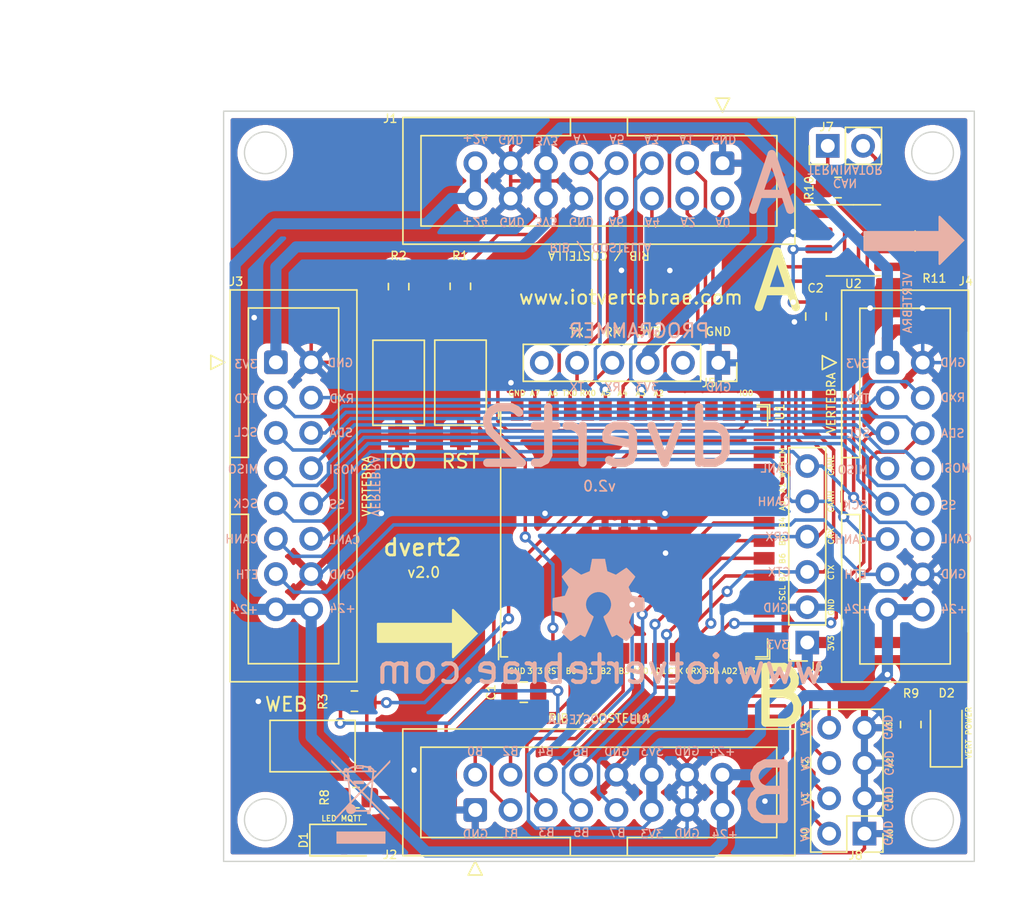
<source format=kicad_pcb>
(kicad_pcb (version 20211014) (generator pcbnew)
  (layers (0 "F.Cu" signal) (31 "B.Cu" signal) (34 "B.Paste" user) (35 "F.Paste" user) (36 "B.SilkS" user "B.Silkscreen") (37 "F.SilkS" user "F.Silkscreen") (38 "B.Mask" user) (39 "F.Mask" user) (44 "Edge.Cuts" user))
  (net 0 "")
  (net 1 "GND")
  (net 2 "+3V3")
  (net 3 "Net-(D1-Pad2)")
  (net 4 "Net-(D2-Pad2)")
  (net 5 "/A0")
  (net 6 "/A1")
  (net 7 "/A2")
  (net 8 "/A3")
  (net 9 "/A4")
  (net 10 "/A5")
  (net 11 "/A6")
  (net 12 "/A7")
  (net 13 "+24V")
  (net 14 "/B0")
  (net 17 "/B1")
  (net 18 "/B2")
  (net 19 "/B3")
  (net 20 "/B4")
  (net 21 "/B5")
  (net 22 "/B6")
  (net 23 "/B7")
  (net 24 "/TXD")
  (net 25 "/RXD")
  (net 27 "/SCL")
  (net 32 "/SDA")
  (net 33 "/MISO")
  (net 34 "/MOSI")
  (net 35 "/SCK")
  (net 36 "/SS")
  (net 37 "/CANH")
  (net 38 "/CANL")
  (net 39 "Earth")
  (net 41 "/RX_0")
  (net 42 "/TX_0")
  (net 45 "/CTX")
  (net 46 "/CRX")
  (net 47 "Net-(J7-Pad2)")
  (net 48 "/RST")
  (net 49 "/IO0")
  (net 50 "/WEB")
  (net 51 "/ADDR0")
  (net 52 "/ADDR1")
  (net 53 "/ADDR2")
  (net 54 "/ADDR3")
  (net 55 "/LED_MQTT")
  (net 56 "Net-(R10-Pad1)")
  (footprint "Resistor_SMD:R_0805_2012Metric_Pad1.20x1.40mm_HandSolder" (layer "F.Cu") (at 128.59 78.63 90)
    (fp_text reference "R2")
    (fp_text value "10K")
  )
  (footprint "Package_SO:SOIC-8_3.9x4.9mm_P1.27mm" (layer "F.Cu") (at 161.3 75.3)
    (fp_text reference "U2")
    (fp_text value "SN65HVD230")
  )
  (footprint "Resistor_SMD:R_0805_2012Metric_Pad1.20x1.40mm_HandSolder" (layer "F.Cu") (at 125.41 108.47 180)
    (fp_text reference "R3")
    (fp_text value "10K")
  )
  (footprint "Connector_IDC:IDC-Header_2x08_P2.54mm_Vertical" (layer "F.Cu") (at 163.75 84.1)
    (fp_text reference "J4")
    (fp_text value "Conn_02x08_Odd_Even")
  )
  (footprint "Espressif:ESP32-S3-WROOM-1U" (layer "F.Cu") (at 145.38 96.28 90)
    (fp_text reference "U1")
    (fp_text value "ESP32-S3-WROOM-1")
  )
  (footprint "Resistor_SMD:R_1210_3225Metric_Pad1.30x2.65mm_HandSolder" (layer "F.Cu") (at 167.1 75.35 -90)
    (fp_text reference "R11")
    (fp_text value "120 / 0.5W (1210)")
  )
  (footprint "Connector_IDC:IDC-Header_2x08_P2.54mm_Vertical" (layer "F.Cu") (at 134.1 116.3 90)
    (fp_text reference "J2")
    (fp_text value "Conn_02x08_Odd_Even")
  )
  (footprint "Capacitor_SMD:C_0805_2012Metric_Pad1.18x1.45mm_HandSolder" (layer "F.Cu") (at 137.5925 107.82)
    (fp_text reference "C1")
    (fp_text value "100nF")
  )
  (footprint "Connector_PinHeader_2.54mm:PinHeader_1x02_P2.54mm_Vertical" (layer "F.Cu") (at 159.46 68.5 90)
    (fp_text reference "J7")
    (fp_text value "Conn_01x02")
  )
  (footprint "Connector_IDC:IDC-Header_2x08_P2.54mm_Vertical" (layer "F.Cu") (at 151.89 69.7475 -90)
    (fp_text reference "J1")
    (fp_text value "Conn_02x08_Odd_Even")
  )
  (footprint "Capacitor_SMD:C_0805_2012Metric_Pad1.18x1.45mm_HandSolder" (layer "F.Cu") (at 158.61 80.7775 90)
    (fp_text reference "C2")
    (fp_text value "100nF")
  )
  (footprint "Connector_PinSocket_2.54mm:PinSocket_1x06_P2.54mm_Vertical" (layer "F.Cu") (at 157.985 104.245 180)
    (fp_text reference "J6")
    (fp_text value "Conn_01x06")
  )
  (footprint "LED_SMD:LED_1206_3216Metric_Pad1.42x1.75mm_HandSolder" (layer "F.Cu") (at 124.6625 118.47)
    (fp_text reference "D1")
    (fp_text value "LED_W")
  )
  (footprint "Button_Switch_SMD:SW_SPST_CK_RS282G05A3" (layer "F.Cu") (at 128.59 85.55 90)
    (fp_text reference "SW2")
    (fp_text value "IO0")
  )
  (footprint "Button_Switch_SMD:SW_SPST_CK_RS282G05A3" (layer "F.Cu") (at 133.04 85.54 90)
    (fp_text reference "SW1")
    (fp_text value "RST")
  )
  (footprint "Connector_PinSocket_2.54mm:PinSocket_1x06_P2.54mm_Vertical" (layer "F.Cu") (at 151.585 84.115 -90)
    (fp_text reference "J5")
    (fp_text value "Conn_01x06")
  )
  (footprint "Resistor_SMD:R_0805_2012Metric_Pad1.20x1.40mm_HandSolder" (layer "F.Cu") (at 133.03 78.61 90)
    (fp_text reference "R1")
    (fp_text value "10K")
  )
  (footprint "Connector_PinHeader_2.54mm:PinHeader_2x04_P2.54mm_Vertical" (layer "F.Cu") (at 162.1 118 180)
    (fp_text reference "J8")
    (fp_text value "Conn_02x04_Odd_Even")
  )
  (footprint "Connector_IDC:IDC-Header_2x08_P2.54mm_Vertical" (layer "F.Cu") (at 119.76 84.08)
    (fp_text reference "J3")
    (fp_text value "Conn_02x08_Odd_Even")
  )
  (footprint "Resistor_SMD:R_0805_2012Metric_Pad1.20x1.40mm_HandSolder" (layer "F.Cu") (at 165.43 110.15 -90)
    (fp_text reference "R9")
    (fp_text value "10K")
  )
  (footprint "LED_SMD:LED_1206_3216Metric_Pad1.42x1.75mm_HandSolder" (layer "F.Cu") (at 167.98 110.7375 90)
    (fp_text reference "D2")
    (fp_text value "LED_R")
  )
  (footprint "Resistor_SMD:R_0805_2012Metric_Pad1.20x1.40mm_HandSolder" (layer "F.Cu") (at 125.52 115.41 180)
    (fp_text reference "R8")
    (fp_text value "330")
  )
  (footprint "Button_Switch_SMD:SW_SPST_CK_RS282G05A3" (layer "F.Cu") (at 122.4 111.7)
    (fp_text reference "SW3")
    (fp_text value "WEB")
  )
  (footprint "Resistor_SMD:R_0805_2012Metric_Pad1.20x1.40mm_HandSolder" (layer "F.Cu") (at 160.2 71.5 180)
    (fp_text reference "R10")
    (fp_text value "10K")
  )
  (footprint "Symbol:OSHW-Symbol_6.7x6mm_SilkScreen" (layer "B.Cu") (at 142.98 101.2 180)
    (fp_text reference "REF**" hide)
    (fp_text value "OSHW-Symbol_6.7x6mm_SilkScreen" hide)
  )
  (footprint "Symbol:WEEE-Logo_4.2x6mm_SilkScreen" (layer "B.Cu") (at 125.87 115.7 180)
    (fp_text reference "REF**" hide)
    (fp_text value "WEEE-Logo_4.2x6mm_SilkScreen" hide)
  )
  (gr_poly (pts (xy 169.2 75.3) (xy 167.5 77) (xy 167.5 76) (xy 162.1 76) (xy 162.1 74.7) (xy 167.5 74.7) (xy 167.5 73.6)) (layer "B.SilkS") (width 0.15) (fill solid))
  (gr_poly (pts (xy 134.2 103.6) (xy 132.5 101.9) (xy 132.5 102.9) (xy 127.1 102.9) (xy 127.1 104.2) (xy 132.5 104.2) (xy 132.5 105.3)) (layer "F.SilkS") (width 0.15) (fill solid))
  (gr_circle (center 119 69) (end 120.5 69) (layer "Edge.Cuts") (width 0.1) (fill none))
  (gr_rect (start 116 120) (end 170 66) (layer "Edge.Cuts") (width 0.1) (fill none))
  (gr_circle (center 167 117) (end 168.5 117) (layer "Edge.Cuts") (width 0.1) (fill none))
  (gr_circle (center 167 69) (end 168.5 69) (layer "Edge.Cuts") (width 0.1) (fill none))
  (gr_circle (center 119 117) (end 120.5 117) (layer "Edge.Cuts") (width 0.1) (fill none))
  (gr_text "GND" (at 136.75 73.97 180) (layer "B.SilkS") (effects (font (size 0.6 0.6) (thickness 0.1)) (justify mirror)))
  (gr_text "v2.0" (at 143.04 92.99) (layer "B.SilkS") (effects (font (size 0.75 0.75) (thickness 0.12)) (justify mirror)))
  (gr_text "A1" (at 149.32 68.02 180) (layer "B.SilkS") (effects (font (size 0.6 0.6) (thickness 0.1)) (justify mirror)))
  (gr_text "VERTEBRA" (at 165.2 79.8 90) (layer "B.SilkS") (effects (font (size 0.6 0.6) (thickness 0.1)) (justify mirror)))
  (gr_text "A6" (at 144.27 73.96 180) (layer "B.SilkS") (effects (font (size 0.6 0.6) (thickness 0.1)) (justify mirror)))
  (gr_text "MISO" (at 161.26 91.82) (layer "B.SilkS") (effects (font (size 0.6 0.6) (thickness 0.1)) (justify mirror)))
  (gr_text "B3" (at 139.23 117.93) (layer "B.SilkS") (effects (font (size 0.6 0.6) (thickness 0.1)) (justify mirror)))
  (gr_text "CRX" (at 155.87 96.64) (layer "B.SilkS") (effects (font (size 0.6 0.6) (thickness 0.1)) (justify mirror)))
  (gr_text "B7" (at 144.33 117.95) (layer "B.SilkS") (effects (font (size 0.6 0.6) (thickness 0.1)) (justify mirror)))
  (gr_text "CANL" (at 124.73 96.85) (layer "B.SilkS") (effects (font (size 0.6 0.6) (thickness 0.1)) (justify mirror)))
  (gr_text "A7" (at 141.7 68.01 180) (layer "B.SilkS") (effects (font (size 0.6 0.6) (thickness 0.1)) (justify mirror)))
  (gr_text "RIB / COSTELLA" (at 143 109.8) (layer "B.SilkS") (effects (font (size 0.6 0.6) (thickness 0.1)) (justify mirror)))
  (gr_text "dvert2" (at 143.54 89.49) (layer "B.SilkS") (effects (font (size 4 4) (thickness 0.6)) (justify mirror)))
  (gr_text "SCK" (at 117.58 94.25) (layer "B.SilkS") (effects (font (size 0.6 0.6) (thickness 0.1)) (justify mirror)))
  (gr_text "3V3" (at 146.82 118.04) (layer "B.SilkS") (effects (font (size 0.6 0.6) (thickness 0.1)) (justify mirror)))
  (gr_text "GND" (at 141.73 73.96 180) (layer "B.SilkS") (effects (font (size 0.6 0.6) (thickness 0.1)) (justify mirror)))
  (gr_text "GND" (at 163.8 115.5 270) (layer "B.SilkS") (effects (font (size 0.6 0.6) (thickness 0.1)) (justify mirror)))
  (gr_text "+24" (at 161.55 101.84) (layer "B.SilkS") (effects (font (size 0.6 0.6) (thickness 0.1)) (justify mirror)))
  (gr_text "+24" (at 168.55 101.84) (layer "B.SilkS") (effects (font (size 0.6 0.6) (thickness 0.1)) (justify mirror)))
  (gr_text "CANL" (at 168.73 96.79) (layer "B.SilkS") (effects (font (size 0.6 0.6) (thickness 0.1)) (justify mirror)))
  (gr_text "GND" (at 124.51 99.36) (layer "B.SilkS") (effects (font (size 0.6 0.6) (thickness 0.1)) (justify mirror)))
  (gr_text "GND" (at 155.73 101.75) (layer "B.SilkS") (effects (font (size 0.6 0.6) (thickness 0.1)) (justify mirror)))
  (gr_text "SDA" (at 124.46 89.15) (layer "B.SilkS") (effects (font (size 0.6 0.6) (thickness 0.1)) (justify mirror)))
  (gr_text "RXD" (at 168.46 86.62) (layer "B.SilkS") (effects (font (size 0.6 0.6) (thickness 0.1)) (justify mirror)))
  (gr_text "GND" (at 136.66 68.03 180) (layer "B.SilkS") (effects (font (size 0.6 0.6) (thickness 0.1)) (justify mirror)))
  (gr_text "TXD" (at 117.59 86.69) (layer "B.SilkS") (effects (font (size 0.6 0.6) (thickness 0.1)) (justify mirror)))
  (gr_text "3V3" (at 155.86 104.41) (layer "B.SilkS") (effects (font (size 0.6 0.6) (thickness 0.1)) (justify mirror)))
  (gr_text "GND" (at 134.12 118.04) (layer "B.SilkS") (effects (font (size 0.6 0.6) (thickness 0.1)) (justify mirror)))
  (gr_text "ETH" (at 117.69 99.36) (layer "B.SilkS") (effects (font (size 0.6 0.6) (thickness 0.1)) (justify mirror)))
  (gr_text "MISO" (at 117.4 91.77) (layer "B.SilkS") (effects (font (size 0.6 0.6) (thickness 0.1)) (justify mirror)))
  (gr_text "GND" (at 144.29 112.1) (layer "B.SilkS") (effects (font (size 0.6 0.6) (thickness 0.1)) (justify mirror)))
  (gr_text "B5" (at 141.74 117.93) (layer "B.SilkS") (effects (font (size 0.6 0.6) (thickness 0.1)) (justify mirror)))
  (gr_text "CANH" (at 161.16 96.83) (layer "B.SilkS") (effects (font (size 0.6 0.6) (thickness 0.1)) (justify mirror)))
  (gr_text "B6" (at 141.69 112.13) (layer "B.SilkS") (effects (font (size 0.6 0.6) (thickness 0.1)) (justify mirror)))
  (gr_text "3V3" (at 117.61 84.21) (layer "B.SilkS") (effects (font (size 0.6 0.6) (thickness 0.1)) (justify mirror)))
  (gr_text "B" (at 155.24 115.13) (layer "B.SilkS") (effects (font (size 4 4) (thickness 0.6)) (justify mirror)))
  (gr_text "+24" (at 117.54 101.86) (layer "B.SilkS") (effects (font (size 0.6 0.6) (thickness 0.1)) (justify mirror)))
  (gr_text "B1" (at 136.62 118.02) (layer "B.SilkS") (effects (font (size 0.6 0.6) (thickness 0.1)) (justify mirror)))
  (gr_text "ETH" (at 161.46 99.35) (layer "B.SilkS") (effects (font (size 0.6 0.6) (thickness 0.1)) (justify mirror)))
  (gr_text "RIB / COSTELLA" (at 143.1 75.8 -180) (layer "B.SilkS") (effects (font (size 0.6 0.6) (thickness 0.1)) (justify mirror)))
  (gr_text "TX" (at 141.42 85.86) (layer "B.SilkS") (effects (font (size 0.6 0.6) (thickness 0.1)) (justify mirror)))
  (gr_text "3V3" (at 146.48 85.85) (layer "B.SilkS") (effects (font (size 0.6 0.6) (thickness 0.1)) (justify mirror)))
  (gr_text "+24" (at 134.11 67.98 180) (layer "B.SilkS") (effects (font (size 0.6 0.6) (thickness 0.1)) (justify mirror)))
  (gr_text "GND" (at 168.47 84.1) (layer "B.SilkS") (effects (font (size 0.6 0.6) (thickness 0.1)) (justify mirror)))
  (gr_text "CANL" (at 155.74 91.7) (layer "B.SilkS") (effects (font (size 0.6 0.6) (thickness 0.1)) (justify mirror)))
  (gr_text "A1" (at 157.85 115.46 270) (layer "B.SilkS") (effects (font (size 0.6 0.6) (thickness 0.1)) (justify mirror)))
  (gr_text "GND" (at 124.4 84.12) (layer "B.SilkS") (effects (font (size 0.6 0.6) (thickness 0.1)) (justify mirror)))
  (gr_text "+24" (at 151.87 112.08) (layer "B.SilkS") (effects (font (size 0.6 0.6) (thickness 0.1)) (justify mirror)))
  (gr_text "GND" (at 163.77 117.97 270) (layer "B.SilkS") (effects (font (size 0.6 0.6) (thickness 0.1)) (justify mirror)))
  (gr_text "SS" (at 124.16 94.3) (layer "B.SilkS") (effects (font (size 0.6 0.6) (thickness 0.1)) (justify mirror)))
  (gr_text "GND" (at 168.51 99.33) (layer "B.SilkS") (effects (font (size 0.6 0.6) (thickness 0.1)) (justify mirror)))
  (gr_text "www.iotvertebrae.com" (at 143.04 106.17) (layer "B.SilkS") (effects (font (size 2 2) (thickness 0.3)) (justify mirror)))
  (gr_text "CTX" (at 155.98 99.18) (layer "B.SilkS") (effects (font (size 0.6 0.6) (thickness 0.1)) (justify mirror)))
  (gr_text "TXD" (at 161.63 86.68) (layer "B.SilkS") (effects (font (size 0.6 0.6) (thickness 0.1)) (justify mirror)))
  (gr_text "3V3" (at 139.24 68.1 180) (layer "B.SilkS") (effects (font (size 0.6 0.6) (thickness 0.1)) (justify mirror)))
  (gr_text "+24" (at 152.06 118.05) (layer "B.SilkS") (effects (font (size 0.6 0.6) (thickness 0.1)) (justify mirror)))
  (gr_text "A4" (at 146.85 74 180) (layer "B.SilkS") (effects (font (size 0.6 0.6) (thickness 0.1)) (justify mirror)))
  (gr_text "SDA" (at 168.45 89.19) (layer "B.SilkS") (effects (font (size 0.6 0.6) (thickness 0.1)) (justify mirror)))
  (gr_text "GND" (at 149.33 112.07) (layer "B.SilkS") (effects (font (size 0.6 0.6) (thickness 0.1)) (justify mirror)))
  (gr_text "GND" (at 149.34 118) (layer "B.SilkS") (effects (font (size 0.6 0.6) (thickness 0.1)) (justify mirror)))
  (gr_text "GND" (at 151.61 85.86) (layer "B.SilkS") (effects (font (size 0.6 0.6) (thickness 0.1)) (justify mirror)))
  (gr_text "MOSI" (at 124.66 91.8) (layer "B.SilkS") (effects (font (size 0.6 0.6) (thickness 0.1)) (justify mirror)))
  (gr_text "A3" (at 157.8 110.4 270) (layer "B.SilkS") (effects (font (size 0.6 0.6) (thickness 0.1)) (justify mirror)))
  (gr_text "SCL" (at 161.68 89.2) (layer "B.SilkS") (effects (font (size 0.6 0.6) (thickness 0.1)) (justify mirror)))
  (gr_text "VERTEBRA" (at 126.9 93 -90) (layer "B.SilkS") (effects (font (size 0.6 0.6) (thickness 0.1)) (justify mirror)))
  (gr_text "A3" (at 146.79 68.01 180) (layer "B.SilkS") (effects (font (size 0.6 0.6) (thickness 0.1)) (justify mirror)))
  (gr_text "SS" (at 168.14 94.36) (layer "B.SilkS") (effects (font (size 0.6 0.6) (thickness 0.1)) (justify mirror)))
  (gr_text "B4" (at 139.18 112.08) (layer "B.SilkS") (effects (font (size 0.6 0.6) (thickness 0.1)) (justify mirror)))
  (gr_text "A0" (at 151.92 73.98 180) (layer "B.SilkS") (effects (font (size 0.6 0.6) (thickness 0.1)) (justify mirror)))
  (gr_text "GND" (at 151.97 68.02 180) (layer "B.SilkS") (effects (font (size 0.6 0.6) (thickness 0.1)) (justify mirror)))
  (gr_text "GND" (at 163.75 110.35 270) (layer "B.SilkS") (effects (font (size 0.6 0.6) (thickness 0.1)) (justify mirror)))
  (gr_text "A0" (at 157.79 118.04 270) (layer "B.SilkS") (effects (font (size 0.6 0.6) (thickness 0.1)) (justify mirror)))
  (gr_text "RXD" (at 124.5 86.69) (layer "B.SilkS") (effects (font (size 0.6 0.6) (thickness 0.1)) (justify mirror)))
  (gr_text "3V3" (at 161.6 84.17) (layer "B.SilkS") (effects (font (size 0.6 0.6) (thickness 0.1)) (justify mirror)))
  (gr_text "PROGRAMMER" (at 145.89 81.81) (layer "B.SilkS") (effects (font (size 1 1)) (justify mirror)))
  (gr_text "B2" (at 136.64 112.07) (layer "B.SilkS") (effects (font (size 0.6 0.6) (thickness 0.1)) (justify mirror)))
  (gr_text "A" (at 155.43 71.28) (layer "B.SilkS") (effects (font (size 4 4) (thickness 0.6)) (justify mirror)))
  (gr_text "RX" (at 143.98 85.86) (layer "B.SilkS") (effects (font (size 0.6 0.6) (thickness 0.1)) (justify mirror)))
  (gr_text "CAN\nTERMINATOR" (at 160.7 70.69 180) (layer "B.SilkS") (effects (font (size 0.6 0.6) (thickness 0.1)) (justify mirror)))
  (gr_text "A2" (at 149.41 73.98 180) (layer "B.SilkS") (effects (font (size 0.6 0.6) (thickness 0.1)) (justify mirror)))
  (gr_text "GND" (at 163.84 112.93 270) (layer "B.SilkS") (effects (font (size 0.6 0.6) (thickness 0.1)) (justify mirror)))
  (gr_text "3V3" (at 139.19 73.94 180) (layer "B.SilkS") (effects (font (size 0.6 0.6) (thickness 0.1)) (justify mirror)))
  (gr_text "SCL" (at 117.6 89.12) (layer "B.SilkS") (effects (font (size 0.6 0.6) (thickness 0.1)) (justify mirror)))
  (gr_text "MOSI" (at 168.65 91.7) (layer "B.SilkS") (effects (font (size 0.6 0.6) (thickness 0.1)) (justify mirror)))
  (gr_text "A5" (at 144.3 68.01 180) (layer "B.SilkS") (effects (font (size 0.6 0.6) (thickness 0.1)) (justify mirror)))
  (gr_text "B0" (at 134.1 112.09) (layer "B.SilkS") (effects (font (size 0.6 0.6) (thickness 0.1)) (justify mirror)))
  (gr_text "+24" (at 134.1 73.96 180) (layer "B.SilkS") (effects (font (size 0.6 0.6) (thickness 0.1)) (justify mirror)))
  (gr_text "A2" (at 157.84 112.95 270) (layer "B.SilkS") (effects (font (size 0.6 0.6) (thickness 0.1)) (justify mirror)))
  (gr_text "CANH" (at 155.6 94.11) (layer "B.SilkS") (effects (font (size 0.6 0.6) (thickness 0.1)) (justify mirror)))
  (gr_text "3V3" (at 146.83 112.09) (layer "B.SilkS") (effects (font (size 0.6 0.6) (thickness 0.1)) (justify mirror)))
  (gr_text "CANH" (at 117.31 96.8) (layer "B.SilkS") (effects (font (size 0.6 0.6) (thickness 0.1)) (justify mirror)))
  (gr_text "+24" (at 124.56 101.79) (layer "B.SilkS") (effects (font (size 0.6 0.6) (thickness 0.1)) (justify mirror)))
  (gr_text "SCK" (at 161.44 94.35) (layer "B.SilkS") (effects (font (size 0.6 0.6) (thickness 0.1)) (justify mirror)))
  (gr_text "AD3" (at 153.7 106.3) (layer "F.SilkS") (effects (font (size 0.4 0.4) (thickness 0.08))))
  (gr_text "VERTEBRA" (at 126.3 93 90) (layer "F.SilkS") (effects (font (size 0.6 0.6) (thickness 0.1))))
  (gr_text "CANH" (at 159.7 94.1 90) (layer "F.SilkS") (effects (font (size 0.4 0.4) (thickness 0.08))))
  (gr_text "RX0" (at 142.2 86.3) (layer "F.SilkS") (effects (font (size 0.4 0.4) (thickness 0.08))))
  (gr_text "A7" (at 138.4 86.3) (layer "F.SilkS") (effects (font (size 0.4 0.4) (thickness 0.08))))
  (gr_text "AD0" (at 146 106.3) (layer "F.SilkS") (effects (font (size 0.4 0.4) (thickness 0.08))))
  (gr_text "A1" (at 156.2 93.1 90) (layer "F.SilkS") (effects (font (size 0.4 0.4) (thickness 0.08))))
  (gr_text "CRX" (at 149.8 106.3) (layer "F.SilkS") (effects (font (size 0.4 0.4) (thickness 0.08))))
  (gr_text "3V3" (at 159.7 104.3 90) (layer "F.SilkS") (effects (font (size 0.4 0.4) (thickness 0.08))))
  (gr_text "A5" (at 143.5 86.3) (layer "F.SilkS") (effects (font (size 0.4 0.4) (thickness 0.08))))
  (gr_text "3V3" (at 138.4 106.3) (layer "F.SilkS") (effects (font (size 0.4 0.4) (thickness 0.08))))
  (gr_text "RX" (at 143.98 81.9) (layer "F.SilkS") (effects (font (size 0.6 0.6) (thickness 0.1))))
  (gr_text "B6" (at 156.2 98.2 90) (layer "F.SilkS") (effects (font (size 0.4 0.4) (thickness 0.08))))
  (gr_text "A3" (at 157.84 110.38 90) (layer "F.SilkS") (effects (font (size 0.4 0.4) (thickness 0.08))))
  (gr_text "v2.0" (at 130.4 99.2) (layer "F.SilkS") (effects (font (size 0.75 0.75) (thickness 0.12))))
  (gr_text "CTX" (at 148.5 106.3) (layer "F.SilkS") (effects (font (size 0.4 0.4) (thickness 0.08))))
  (gr_text "A" (at 155.83 78.28) (layer "F.SilkS") (effects (font (size 4 4) (thickness 0.6))))
  (gr_text "WEB" (at 156.2 91.8 90) (layer "F.SilkS") (effects (font (size 0.4 0.4) (thickness 0.08))))
  (gr_text "B" (at 156.03 108.19) (layer "F.SilkS") (effects (font (size 4 4) (thickness 0.6))))
  (gr_text "B7" (at 156.2 99.5 90) (layer "F.SilkS") (effects (font (size 0.4 0.4) (thickness 0.08))))
  (gr_text "AD2" (at 152.4 106.3) (layer "F.SilkS") (effects (font (size 0.4 0.4) (thickness 0.08))))
  (gr_text "IO0" (at 153.6 86.3) (layer "F.SilkS") (effects (font (size 0.4 0.4) (thickness 0.08))))
  (gr_text "TX0" (at 140.9 86.3) (layer "F.SilkS") (effects (font (size 0.4 0.4) (thickness 0.08))))
  (gr_text "CANL" (at 159.7 91.5 90) (layer "F.SilkS") (effects (font (size 0.4 0.4) (thickness 0.08))))
  (gr_text "A1" (at 163.92 115.44 90) (layer "F.SilkS") (effects (font (size 0.4 0.4) (thickness 0.08))))
  (gr_text "A3" (at 163.9 110.31 90) (layer "F.SilkS") (effects (font (size 0.4 0.4) (thickness 0.08))))
  (gr_text "TX" (at 141.38 81.94) (layer "F.SilkS") (effects (font (size 0.6 0.6) (thickness 0.1))))
  (gr_text "VERT POWER" (at 169.59 110.75 90) (layer "F.SilkS") (effects (font (size 0.4 0.4) (thickness 0.08))))
  (gr_text "SDA" (at 151.1 106.3) (layer "F.SilkS") (effects (font (size 0.4 0.4) (thickness 0.08))))
  (gr_text "LM" (at 156.2 90.6 90) (layer "F.SilkS") (effects (font (size 0.4 0.4) (thickness 0.08))))
  (gr_text "LED MQTT" (at 124.48 116.91) (layer "F.SilkS") (effects (font (size 0.4 0.4) (thickness 0.08))))
  (gr_text "A2" (at 147.3 86.3) (layer "F.SilkS") (effects (font (size 0.4 0.4) (thickness 0.08))))
  (gr_text "dvert2" (at 130.3 97.4) (layer "F.SilkS") (effects (font (size 1.2 1.2) (thickness 0.2))))
  (gr_text "B0" (at 141 106.3) (layer "F.SilkS") (effects (font (size 0.4 0.4) (thickness 0.08))))
  (gr_text "RIB / COSTELLA" (at 143 76.4 180) (layer "F.SilkS") (effects (font (size 0.6 0.6) (thickness 0.1))))
  (gr_text "A2" (at 157.85 112.97 90) (layer "F.SilkS") (effects (font (size 0.4 0.4) (thickness 0.08))))
  (gr_text "A3" (at 146 86.3) (layer "F.SilkS") (effects (font (size 0.4 0.4) (thickness 0.08))))
  (gr_text "AD1" (at 147.3 106.3) (layer "F.SilkS") (effects (font (size 0.4 0.4) (thickness 0.08))))
  (gr_text "A0" (at 156.2 94.4 90) (layer "F.SilkS") (effects (font (size 0.4 0.4) (thickness 0.08))))
  (gr_text "CTX" (at 159.7 99.2 90) (layer "F.SilkS") (effects (font (size 0.4 0.4) (thickness 0.08))))
  (gr_text "SCL" (at 156.2 100.7 90) (layer "F.SilkS") (effects (font (size 0.4 0.4) (thickness 0.08))))
  (gr_text "VERTEBRA" (at 159.7 87 90) (layer "F.SilkS") (effects (font (size 0.6 0.6) (thickness 0.1))))
  (gr_text "GND" (at 151.59 81.87) (layer "F.SilkS") (effects (font (size 0.6 0.6) (thickness 0.1))))
  (gr_text "B5" (at 156.2 96.9 90) (layer "F.SilkS") (effects (font (size 0.4 0.4) (thickness 0.08))))
  (gr_text "A0" (at 163.94 118.01 90) (layer "F.SilkS") (effects (font (size 0.4 0.4) (thickness 0.08))))
  (gr_text "A0" (at 157.79 118 90) (layer "F.SilkS") (effects (font (size 0.4 0.4) (thickness 0.08))))
  (gr_text "B1" (at 142.2 106.3) (layer "F.SilkS") (effects (font (size 0.4 0.4) (thickness 0.08))))
  (gr_text "B2" (at 143.5 106.3) (layer "F.SilkS") (effects (font (size 0.4 0.4) (thickness 0.08))))
  (gr_text "GND" (at 137.1 86.3) (layer "F.SilkS") (effects (font (size 0.4 0.4) (thickness 0.08))))
  (gr_text "A1" (at 157.82 115.38 90) (layer "F.SilkS") (effects (font (size 0.4 0.4) (thickness 0.08))))
  (gr_text "A4" (at 144.7 86.3) (layer "F.SilkS") (effects (font (size 0.4 0.4) (thickness 0.08))))
  (gr_text "RST" (at 139.7 106.3) (layer "F.SilkS") (effects (font (size 0.4 0.4) (thickness 0.08))))
  (gr_text "CRX" (at 159.7 96.6 90) (layer "F.SilkS") (effects (font (size 0.4 0.4) (thickness 0.08))))
  (gr_text "GND" (at 137.1 106.3) (layer "F.SilkS") (effects (font (size 0.4 0.4) (thickness 0.08))))
  (gr_text "A2" (at 163.91 112.91 90) (layer "F.SilkS") (effects (font (size 0.4 0.4) (thickness 0.08))))
  (gr_text "GND" (at 159.7 101.7 90) (layer "F.SilkS") (effects (font (size 0.4 0.4) (thickness 0.08))))
  (gr_text "3V3" (at 146.61 81.87) (layer "F.SilkS") (effects (font (size 0.6 0.6) (thickness 0.1))))
  (gr_text "RIB / COSTELLA" (at 143 109.7) (layer "F.SilkS") (effects (font (size 0.6 0.6) (thickness 0.1))))
  (gr_text "B3" (at 144.8 106.3) (layer "F.SilkS") (effects (font (size 0.4 0.4) (thickness 0.08))))
  (gr_text "A6" (at 139.7 86.3) (layer "F.SilkS") (effects (font (size 0.4 0.4) (thickness 0.08))))
  (gr_text "B4" (at 156.2 95.6 90) (layer "F.SilkS") (effects (font (size 0.4 0.4) (thickness 0.08))))
  (gr_text "www.iotvertebrae.com" (at 145.3 79.4) (layer "F.SilkS") (effects (font (size 1 1))))
  (segment (start 121.75 80.86) (end 118.2 80.86) (width 0.25) (layer "F.Cu") (net 1))
  (segment (start 150.09 112.05) (end 153.47 112.05) (width 0.25) (layer "F.Cu") (net 1))
  (segment (start 157.705 81.815) (end 157.06 81.17) (width 0.25) (layer "F.Cu") (net 1))
  (segment (start 144.26 113.76) (end 144.26 113.03) (width 0.25) (layer "F.Cu") (net 1))
  (segment (start 136.65 69.7475) (end 136.65 70.98) (width 0.25) (layer "F.Cu") (net 1))
  (segment (start 151.89 69.7475) (end 155.2275 69.7475) (width 0.25) (layer "F.Cu") (net 1))
  (segment (start 149.34 112.8) (end 150.09 112.05) (width 0.25) (layer "F.Cu") (net 1))
  (segment (start 122.68 113.44) (end 129.69 113.44) (width 0.25) (layer "F.Cu") (net 1))
  (segment (start 122.3 84.08) (end 122.3 82.34) (width 0.25) (layer "F.Cu") (net 1))
  (segment (start 154.94 113.52) (end 154.94 117.99) (width 0.25) (layer "F.Cu") (net 1))
  (segment (start 134.1 116.3) (end 132.81 116.3) (width 0.25) (layer "F.Cu") (net 1))
  (segment (start 122.3 84.08) (end 127.47 84.08) (width 0.25) (layer "F.Cu") (net 1))
  (segment (start 148.64 112.14) (end 149.34 112.84) (width 0.25) (layer "F.Cu") (net 1))
  (segment (start 132.66 110.72) (end 135.56 107.82) (width 0.25) (layer "F.Cu") (net 1))
  (segment (start 162.51 80.17) (end 166.27 80.17) (width 0.25) (layer "F.Cu") (net 1))
  (segment (start 153.47 112.05) (end 154.94 113.52) (width 0.25) (layer "F.Cu") (net 1))
  (segment (start 123.175 116.505) (end 123.175 118.47) (width 0.25) (layer "F.Cu") (net 1))
  (segment (start 136.555 106.935) (end 137.12 106.37) (width 0.25) (layer "F.Cu") (net 1))
  (segment (start 120.94 111.7) (end 122.68 113.44) (width 0.25) (layer "F.Cu") (net 1))
  (segment (start 145.58 76.5) (end 144.62 77.46) (width 0.25) (layer "F.Cu") (net 1))
  (segment (start 161.8 119.37) (end 162.1 119.07) (width 0.25) (layer "F.Cu") (net 1))
  (segment (start 136.555 107.82) (end 136.555 106.935) (width 0.25) (layer "F.Cu") (net 1))
  (segment (start 162.1 119.07) (end 162.1 118) (width 0.25) (layer "F.Cu") (net 1))
  (segment (start 148.07 67.88) (end 145.58 67.88) (width 0.25) (layer "F.Cu") (net 1))
  (segment (start 133.04 89.44) (end 128.6 89.44) (width 0.25) (layer "F.Cu") (net 1))
  (segment (start 146.27 97.81) (end 146.24 97.78) (width 0.25) (layer "F.Cu") (net 1))
  (segment (start 122.68 113.44) (end 122.68 116.01) (width 0.25) (layer "F.Cu") (net 1))
  (segment (start 135.56 107.82) (end 136.555 107.82) (width 0.25) (layer "F.Cu") (net 1))
  (segment (start 122.3 82.34) (end 122.3 81.41) (width 0.25) (layer "F.Cu") (net 1))
  (segment (start 167.98 112.225) (end 167.695 112.51) (width 0.25) (layer "F.Cu") (net 1))
  (segment (start 128.6 89.44) (end 128.59 89.45) (width 0.25) (layer "F.Cu") (net 1))
  (segment (start 137.37 67.88) (end 136.65 68.6) (width 0.25) (layer "F.Cu") (net 1))
  (segment (start 140.4625 71.02) (end 136.69 71.02) (width 0.25) (layer "F.Cu") (net 1))
  (segment (start 145.15 112.14) (end 148.64 112.14) (width 0.25) (layer "F.Cu") (net 1))
  (segment (start 151.31 67.88) (end 148.07 67.88) (width 0.25) (layer "F.Cu") (net 1))
  (segment (start 159.2 71.5) (end 156.98 71.5) (width 0.25) (layer "F.Cu") (net 1))
  (segment (start 158.61 81.815) (end 157.705 81.815) (width 0.25) (layer "F.Cu") (net 1))
  (segment (start 129.69 113.44) (end 129.7 113.43) (width 0.25) (layer "F.Cu") (net 1))
  (segment (start 155.2275 69.7475) (end 156.98 71.5) (width 0.25) (layer "F.Cu") (net 1))
  (segment (start 127.47 84.08) (end 128.59 85.2) (width 0.25) (layer "F.Cu") (net 1))
  (segment (start 127.35 94.95) (end 127.35 92.84) (width 0.25) (layer "F.Cu") (net 1))
  (segment (start 137.12 86) (end 136.67 85.55) (width 0.25) (layer "F.Cu") (net 1))
  (segment (start 137.12 105.03) (end 137.12 103.85) (width 0.25) (layer "F.Cu") (net 1))
  (segment (start 156.98 71.5) (end 156.98 74.67) (width 0.25) (layer "F.Cu") (net 1))
  (segment (start 167.695 112.51) (end 166.31 112.51) (width 0.25) (layer "F.Cu") (net 1))
  (segment (start 147.79 97.81) (end 146.27 97.81) (width 0.25) (layer "F.Cu") (net 1))
  (segment (start 118.5 111.7) (end 118.5 108.48) (width 0.25) (layer "F.Cu") (net 1))
  (segment (start 149.34 112.84) (end 149.34 113.76) (width 0.25) (layer "F.Cu") (net 1))
  (segment (start 145.27 67.88) (end 137.37 67.88) (width 0.25) (layer "F.Cu") (net 1))
  (segment (start 128.59 85.2) (end 128.59 89.45) (width 0.25) (layer "F.Cu") (net 1))
  (segment (start 136.65 68.6) (end 136.65 69.7475) (width 0.25) (layer "F.Cu") (net 1))
  (segment (start 122.3 81.41) (end 121.75 80.86) (width 0.25) (layer "F.Cu") (net 1))
  (segment (start 141.79 99.18) (end 143.44 99.18) (width 0.25) (layer "F.Cu") (net 1))
  (segment (start 137.12 103.85) (end 141.79 99.18) (width 0.25) (layer "F.Cu") (net 1))
  (segment (start 136.65 70.98) (end 136.65 72.2875) (width 0.25) (layer "F.Cu") (net 1))
  (segment (start 122.68 116.01) (end 123.175 116.505) (width 0.25) (layer "F.Cu") (net 1))
  (segment (start 147.75 94.95) (end 147.79 94.99) (width 0.25) (layer "F.Cu") (net 1))
  (segment (start 158.82 74.67) (end 158.825 74.665) (width 0.25) (layer "F.Cu") (net 1))
  (segment (start 162.1 112.92) (end 165.9 112.92) (width 0.25) (layer "F.Cu") (net 1))
  (segment (start 156.32 119.37) (end 161.8 119.37) (width 0.25) (layer "F.Cu") (net 1))
  (segment (start 148.07 77.44) (end 148.1 77.47) (width 0.25) (layer "F.Cu") (net 1))
  (segment (start 132.81 116.3) (end 132.66 116.15) (width 0.25) (layer "F.Cu") (net 1))
  (segment (start 137.12 87.53) (end 137.12 86) (width 0.25) (layer "F.Cu") (net 1))
  (segment (start 132.66 116.15) (end 132.66 110.72) (width 0.25) (layer "F.Cu") (net 1))
  (segment (start 141.73 72.2875) (end 140.4625 71.02) (width 0.25) (layer "F.Cu") (net 1))
  (segment (start 148.07 67.88) (end 148.07 77.44) (width 0.25) (layer "F.Cu") (net 1))
  (segment (start 128.59 91.6) (end 128.59 89.45) (width 0.25) (layer "F.Cu") (net 1))
  (segment (start 145.58 67.88) (end 145.58 76.5) (width 0.25) (layer "F.Cu") (net 1))
  (segment (start 165.9 112.92) (end 166.31 112.51) (width 0.25) (layer "F.Cu") (net 1))
  (segment (start 149.34 113.76) (end 149.34 112.8) (width 0.25) (layer "F.Cu") (net 1))
  (segment (start 137.12 106.37) (end 137.12 105.03) (width 0.25) (layer "F.Cu") (net 1))
  (segment (start 154.94 117.99) (end 156.32 119.37) (width 0.25) (layer "F.Cu") (net 1))
  (segment (start 151.89 68.46) (end 151.31 67.88) (width 0.25) (layer "F.Cu") (net 1))
  (segment (start 166.27 80.17) (end 166.28 80.18) (width 0.25) (layer "F.Cu") (net 1))
  (segment (start 151.89 69.7475) (end 151.89 68.46) (width 0.25) (layer "F.Cu") (net 1))
  (segment (start 147.79 94.99) (end 147.79 97.81) (width 0.25) (layer "F.Cu") (net 1))
  (segment (start 156.98 74.67) (end 158.82 74.67) (width 0.25) (layer "F.Cu") (net 1))
  (segment (start 127.35 92.84) (end 128.59 91.6) (width 0.25) (layer "F.Cu") (net 1))
  (segment (start 118.5 111.7) (end 120.94 111.7) (width 0.25) (layer "F.Cu") (net 1))
  (segment (start 145.58 67.88) (end 145.27 67.88) (width 0.25) (layer "F.Cu") (net 1))
  (segment (start 136.69 71.02) (end 136.65 70.98) (width 0.25) (layer "F.Cu") (net 1))
  (segment (start 144.26 113.03) (end 145.15 112.14) (width 0.25) (layer "F.Cu") (net 1))
  (via (at 139.12 94.95) (size 0.8) (drill 0.4) (layers "F.Cu" "B.Cu") (net 1))
  (via (at 147.75 94.95) (size 0.8) (drill 0.4) (layers "F.Cu" "B.Cu") (net 1))
  (via (at 147.79 97.81) (size 0.8) (drill 0.4) (layers "F.Cu" "B.Cu") (net 1))
  (via (at 118.2 80.86) (size 0.8) (drill 0.4) (layers "F.Cu" "B.Cu") (net 1))
  (via (at 144.62 77.46) (size 0.8) (drill 0.4) (layers "F.Cu" "B.Cu") (net 1))
  (via (at 166.28 80.18) (size 0.8) (drill 0.4) (layers "F.Cu" "B.Cu") (net 1))
  (via (at 118.5 108.48) (size 0.8) (drill 0.4) (layers "F.Cu" "B.Cu") (net 1))
  (via (at 136.67 85.55) (size 0.8) (drill 0.4) (layers "F.Cu" "B.Cu") (net 1))
  (via (at 127.35 94.95) (size 0.8) (drill 0.4) (layers "F.Cu" "B.Cu") (net 1))
  (via (at 157.06 81.17) (size 0.8) (drill 0.4) (layers "F.Cu" "B.Cu") (net 1))
  (via (at 156.98 74.67) (size 0.8) (drill 0.4) (layers "F.Cu" "B.Cu") (net 1))
  (via (at 129.7 113.43) (size 0.8) (drill 0.4) (layers "F.Cu" "B.Cu") (net 1))
  (via (at 148.1 77.47) (size 0.8) (drill 0.4) (layers "F.Cu" "B.Cu") (net 1))
  (via (at 154.94 115.66) (size 0.8) (drill 0.4) (layers "F.Cu" "B.Cu") (net 1))
  (via (at 162.51 80.17) (size 0.8) (drill 0.4) (layers "F.Cu" "B.Cu") (net 1))
  (segment (start 157.985 101.705) (end 152.305 101.705) (width 0.25) (layer "B.Cu") (net 1))
  (segment (start 150.35 104.07) (end 150.06 104.07) (width 0.25) (layer "B.Cu") (net 1))
  (segment (start 168.62 84.79) (end 168.62 98.1) (width 0.25) (layer "B.Cu") (net 1))
  (segment (start 157.06 81.17) (end 157.01 81.17) (width 0.25) (layer "B.Cu") (net 1))
  (segment (start 151.88 102.13) (end 151.88 103.22) (width 0.25) (layer "B.Cu") (net 1))
  (segment (start 157.01 81.17) (end 155.87 80.03) (width 0.25) (layer "B.Cu") (net 1))
  (segment (start 162.1 112.92) (end 162.1 115.46) (width 0.25) (layer "B.Cu") (net 1))
  (segment (start 122.98 99.32) (end 127.34 94.96) (width 0.25) (layer "B.Cu") (net 1))
  (segment (start 134.1 116.3) (end 134.1 117.5) (width 0.25) (layer "B.Cu") (net 1))
  (segment (start 161.51 81.17) (end 162.51 80.17) (width 0.25) (layer "B.Cu") (net 1))
  (segment (start 151.585 84.115) (end 154.115 84.115) (width 0.25) (layer "B.Cu") (net 1))
  (segment (start 127.35 94.95) (end 147.75 94.95) (width 0.25) (layer "B.Cu") (net 1))
  (segment (start 162.1 110.38) (end 162.1 112.92) (width 0.25) (layer "B.Cu") (net 1))
  (segment (start 124.59 85.55) (end 136.67 85.55) (width 0.25) (layer "B.Cu") (net 1))
  (segment (start 127.34 94.96) (end 127.35 94.95) (width 0.25) (layer "B.Cu") (net 1))
  (segment (start 134.88 118.28) (end 148.61 118.28) (width 0.25) (layer "B.Cu") (net 1))
  (segment (start 165.1 100.53) (end 166.29 99.34) (width 0.25) (layer "B.Cu") (net 1))
  (segment (start 134.1 117.5) (end 134.88 118.28) (width 0.25) (layer "B.Cu") (net 1))
  (segment (start 161.455 101.705) (end 162.63 100.53) (width 0.25) (layer "B.Cu") (net 1))
  (segment (start 150.06 104.07) (end 149.15 103.16) (width 0.25) (layer "B.Cu") (net 1))
  (segment (start 156.58 74.67) (end 156.98 74.67) (width 0.25) (layer "B.Cu") (net 1))
  (segment (start 131.85 115.5) (end 131.85 114.38) (width 0.25) (layer "B.Cu") (net 1))
  (segment (start 132.65 116.3) (end 131.85 115.5) (width 0.25) (layer "B.Cu") (net 1))
  (segment (start 166.29 99.34) (end 167.38 99.34) (width 0.25) (layer "B.Cu") (net 1))
  (segment (start 157.985 101.705) (end 161.455 101.705) (width 0.25) (layer "B.Cu") (net 1))
  (segment (start 149.15 100.05) (end 149.15 99.17) (width 0.25) (layer "B.Cu") (net 1))
  (segment (start 122.3 99.32) (end 122.98 99.32) (width 0.25) (layer "B.Cu") (net 1))
  (segment (start 167.38 99.34) (end 168.33 100.29) (width 0.25) (layer "B.Cu") (net 1))
  (segment (start 122.3 84.08) (end 123.12 84.08) (width 0.25) (layer "B.Cu") (net 1))
  (segment (start 155.87 80.03) (end 155.87 76.63) (width 0.25) (layer "B.Cu") (net 1))
  (segment (start 168.62 98.1) (end 167.38 99.34) (width 0.25) (layer "B.Cu") (net 1))
  (segment (start 148.61 118.28) (end 149.34 117.55) (width 0.25) (layer "B.Cu") (net 1))
  (segment (start 167.93 84.1) (end 168.62 84.79) (width 0.25) (layer "B.Cu") (net 1))
  (segment (start 151.88 103.22) (end 151.88 103.79) (width 0.25) (layer "B.Cu") (net 1))
  (segment (start 155.87 76.63) (end 155.87 75.38) (width 0.25) (layer "B.Cu") (net 1))
  (segment (start 130.9 113.43) (end 129.7 113.43) (width 0.25) (layer "B.Cu") (net 1))
  (segment (start 162.1 115.46) (end 162.1 118) (width 0.25) (layer "B.Cu") (net 1))
  (segment (start 166.29 84.1) (end 167.93 84.1) (width 0.25) (layer "B.Cu") (net 1))
  (segment (start 154.115 84.115) (end 157.06 81.17) (width 0.25) (layer "B.Cu") (net 1))
  (segment (start 151.92 102.09) (end 151.88 102.13) (width 0.25) (layer "B.Cu") (net 1))
  (segment (start 134.1 116.3) (end 132.65 116.3) (width 0.25) (layer "B.Cu") (net 1))
  (segment (start 155.87 75.38) (end 156.58 74.67) (width 0.25) (layer "B.Cu") (net 1))
  (segment (start 166.29 80.19) (end 166.29 84.1) (width 0.25) (layer "B.Cu") (net 1))
  (segment (start 157.06 81.17) (end 161.51 81.17) (width 0.25) (layer "B.Cu") (net 1))
  (segment (start 123.12 84.08) (end 124.59 85.55) (width 0.25) (layer "B.Cu") (net 1))
  (segment (start 152.305 101.705) (end 151.92 102.09) (width 0.25) (layer "B.Cu") (net 1))
  (segment (start 149.34 113.76) (end 149.34 116.3) (width 0.25) (layer "B.Cu") (net 1))
  (segment (start 149.15 99.17) (end 147.79 97.81) (width 0.25) (layer "B.Cu") (net 1))
  (segment (start 151.88 103.79) (end 151.6 104.07) (width 0.25) (layer "B.Cu") (net 1))
  (segment (start 166.28 80.18) (end 166.29 80.19) (width 0.25) (layer "B.Cu") (net 1))
  (segment (start 149.15 103.16) (end 149.15 100.05) (width 0.25) (layer "B.Cu") (net 1))
  (segment (start 149.34 117.55) (end 149.34 116.3) (width 0.25) (layer "B.Cu") (net 1))
  (segment (start 168.33 100.29) (end 168.33 104.15) (width 0.25) (layer "B.Cu") (net 1))
  (segment (start 151.6 104.07) (end 150.35 104.07) (width 0.25) (layer "B.Cu") (net 1))
  (segment (start 162.63 100.53) (end 165.1 100.53) (width 0.25) (layer "B.Cu") (net 1))
  (segment (start 168.33 104.15) (end 162.1 110.38) (width 0.25) (layer "B.Cu") (net 1))
  (segment (start 131.85 114.38) (end 130.9 113.43) (width 0.25) (layer "B.Cu") (net 1))
  (segment (start 138.39 105.03) (end 138.39 106.21) (width 0.25) (layer "F.Cu") (net 2))
  (segment (start 164.34 81.75) (end 163.75 82.34) (width 0.8) (layer "F.Cu") (net 2))
  (segment (start 138.63 106.45) (end 138.63 107.82) (width 0.25) (layer "F.Cu") (net 2))
  (segment (start 138.39 106.21) (end 138.63 106.45) (width 0.25) (layer "F.Cu") (net 2))
  (segment (start 133.01 77.63) (end 133.03 77.61) (width 0.25) (layer "F.Cu") (net 2))
  (segment (start 168.53 82.46) (end 167.82 81.75) (width 0.8) (layer "F.Cu") (net 2))
  (segment (start 157.985 104.245) (end 167.215 104.245) (width 0.8) (layer "F.Cu") (net 2))
  (segment (start 156.98 79.74) (end 156.97 79.75) (width 0.25) (layer "F.Cu") (net 2))
  (segment (start 139.19 73.87) (end 139.19 72.2875) (width 0.25) (layer "F.Cu") (net 2))
  (segment (start 163.75 82.34) (end 163.75 84.1) (width 0.8) (layer "F.Cu") (net 2))
  (segment (start 167.215 104.245) (end 168.53 102.93) (width 0.8) (layer "F.Cu") (net 2))
  (segment (start 135.76 74.88) (end 138.18 74.88) (width 0.25) (layer "F.Cu") (net 2))
  (segment (start 133.03 77.61) (end 135.76 74.88) (width 0.25) (layer "F.Cu") (net 2))
  (segment (start 158.82 75.93) (end 158.825 75.935) (width 0.25) (layer "F.Cu") (net 2))
  (segment (start 124.41 108.47) (end 124.41 110.03) (width 0.25) (layer "F.Cu") (net 2))
  (segment (start 167.82 81.75) (end 164.34 81.75) (width 0.8) (layer "F.Cu") (net 2))
  (segment (start 156.97 75.93) (end 158.82 75.93) (width 0.25) (layer "F.Cu") (net 2))
  (segment (start 158.61 79.74) (end 156.98 79.74) (width 0.25) (layer "F.Cu") (net 2))
  (segment (start 124.41 110.03) (end 124.39 110.05) (width 0.25) (layer "F.Cu") (net 2))
  (segment (start 138.73 107.72) (end 138.63 107.82) (width 0.25) (layer "F.Cu") (net 2))
  (segment (start 128.59 77.63) (end 133.01 77.63) (width 0.25) (layer "F.Cu") (net 2))
  (segment (start 138.18 74.88) (end 139.19 73.87) (width 0.25) (layer "F.Cu") (net 2))
  (segment (start 140.04 107.72) (end 138.73 107.72) (width 0.25) (layer "F.Cu") (net 2))
  (segment (start 168.53 102.93) (end 168.53 82.46) (width 0.8) (layer "F.Cu") (net 2))
  (via (at 140.04 107.72) (size 0.8) (drill 0.4) (layers "F.Cu" "B.Cu") (net 2))
  (via (at 124.39 110.05) (size 0.8) (drill 0.4) (layers "F.Cu" "B.Cu") (net 2))
  (via (at 156.97 75.93) (size 0.8) (drill 0.4) (layers "F.Cu" "B.Cu") (net 2))
  (via (at 156.97 79.75) (size 0.8) (drill 0.4) (layers "F.Cu" "B.Cu") (net 2))
  (segment (start 157.985 106.315) (end 157.985 104.245) (width 0.8) (layer "B.Cu") (net 2))
  (segment (start 137.49 75.77) (end 139.19 74.07) (width 0.8) (layer "B.Cu") (net 2))
  (segment (start 137.93 117.07) (end 138.47 117.61) (width 0.25) (layer "B.Cu") (net 2))
  (segment (start 146.8 112.17) (end 147.46 111.51) (width 0.8) (layer "B.Cu") (net 2))
  (segment (start 119.76 84.08) (end 119.76 77.23) (width 0.8) (layer "B.Cu") (net 2))
  (segment (start 156.97 79.75) (end 156.97 75.93) (width 0.25) (layer "B.Cu") (net 2))
  (segment (start 146.8 116.97) (end 146.8 116.3) (width 0.25) (layer "B.Cu") (net 2))
  (segment (start 146.16 117.61) (end 146.8 116.97) (width 0.25) (layer "B.Cu") (net 2))
  (segment (start 159.85 75.93) (end 161.09 74.69) (width 0.25) (layer "B.Cu") (net 2))
  (segment (start 139.19 68.25) (end 139.19 69.7475) (width 0.8) (layer "B.Cu") (net 2))
  (segment (start 146.8 113.76) (end 146.8 116.3) (width 0.8) (layer "B.Cu") (net 2))
  (segment (start 121.22 75.77) (end 137.49 75.77) (width 0.8) (layer "B.Cu") (net 2))
  (segment (start 146.505 84.115) (end 146.505 83.355) (width 0.8) (layer "B.Cu") (net 2))
  (segment (start 163.75 84.1) (end 163.75 77.35) (width 0.8) (layer "B.Cu") (net 2))
  (segment (start 156.985 70.585) (end 153.6 67.2) (width 0.8) (layer "B.Cu") (net 2))
  (segment (start 119.76 77.23) (end 121.22 75.77) (width 0.8) (layer "B.Cu") (net 2))
  (segment (start 156.51 106.93) (end 157.37 106.93) (width 0.8) (layer "B.Cu") (net 2))
  (segment (start 134.18 108.13) (end 134.59 107.72) (width 0.25) (layer "B.Cu") (net 2))
  (segment (start 146.505 83.355) (end 154.73 75.13) (width 0.8) (layer "B.Cu") (net 2))
  (segment (start 158.055 71.655) (end 156.985 70.585) (width 0.8) (layer "B.Cu") (net 2))
  (segment (start 140.04 110.19) (end 137.93 112.3) (width 0.25) (layer "B.Cu") (net 2))
  (segment (start 147.46 111.51) (end 153.86 111.51) (width 0.8) (layer "B.Cu") (net 2))
  (segment (start 163.75 77.35) (end 161.09 74.69) (width 0.8) (layer "B.Cu") (net 2))
  (segment (start 124.39 110.05) (end 132.26 110.05) (width 0.25) (layer "B.Cu") (net 2))
  (segment (start 157.37 106.93) (end 157.985 106.315) (width 0.8) (layer "B.Cu") (net 2))
  (segment (start 153.86 111.51) (end 154.62 110.75) (width 0.8) (layer "B.Cu") (net 2))
  (segment (start 139.19 69.7475) (end 139.19 72.2875) (width 0.8) (layer "B.Cu") (net 2))
  (segment (start 134.59 107.72) (end 140.04 107.72) (width 0.25) (layer "B.Cu") (net 2))
  (segment (start 154.73 75.13) (end 154.73 72.84) (width 0.8) (layer "B.Cu") (net 2))
  (segment (start 146.8 113.76) (end 146.8 112.17) (width 0.8) (layer "B.Cu") (net 2))
  (segment (start 140.04 107.72) (end 140.04 110.19) (width 0.25) (layer "B.Cu") (net 2))
  (segment (start 139.19 74.07) (end 139.19 72.2875) (width 0.8) (layer "B.Cu") (net 2))
  (segment (start 132.26 110.05) (end 134.18 108.13) (width 0.25) (layer "B.Cu") (net 2))
  (segment (start 154.62 110.75) (end 154.62 108.82) (width 0.8) (layer "B.Cu") (net 2))
  (segment (start 154.73 72.84) (end 156.985 70.585) (width 0.8) (layer "B.Cu") (net 2))
  (segment (start 138.47 117.61) (end 146.16 117.61) (width 0.25) (layer "B.Cu") (net 2))
  (segment (start 161.09 74.69) (end 158.055 71.655) (width 0.8) (layer "B.Cu") (net 2))
  (segment (start 154.62 108.82) (end 156.51 106.93) (width 0.8) (layer "B.Cu") (net 2))
  (segment (start 153.6 67.2) (end 140.24 67.2) (width 0.8) (layer "B.Cu") (net 2))
  (segment (start 140.24 67.2) (end 139.19 68.25) (width 0.8) (layer "B.Cu") (net 2))
  (segment (start 156.97 75.93) (end 159.85 75.93) (width 0.25) (layer "B.Cu") (net 2))
  (segment (start 137.93 112.3) (end 137.93 117.07) (width 0.25) (layer "B.Cu") (net 2))
  (segment (start 125.19 116.96) (end 125.89 116.96) (width 0.25) (layer "F.Cu") (net 3))
  (segment (start 126.15 117.22) (end 126.15 118.47) (width 0.25) (layer "F.Cu") (net 3))
  (segment (start 124.52 115.41) (end 124.52 116.29) (width 0.25) (layer "F.Cu") (net 3))
  (segment (start 124.52 116.29) (end 125.19 116.96) (width 0.25) (layer "F.Cu") (net 3))
  (segment (start 125.89 116.96) (end 126.15 117.22) (width 0.25) (layer "F.Cu") (net 3))
  (segment (start 166.62 111.02) (end 166.62 109.39) (width 0.25) (layer "F.Cu") (net 4))
  (segment (start 166.62 109.39) (end 166.76 109.25) (width 0.25) (layer "F.Cu") (net 4))
  (segment (start 166.49 111.15) (end 166.62 111.02) (width 0.25) (layer "F.Cu") (net 4))
  (segment (start 166.76 109.25) (end 167.98 109.25) (width 0.25) (layer "F.Cu") (net 4))
  (segment (start 165.43 111.15) (end 166.49 111.15) (width 0.25) (layer "F.Cu") (net 4))
  (segment (start 151.89 73.34) (end 151.2 74.03) (width 0.25) (layer "F.Cu") (net 5))
  (segment (start 156.65 93.19) (end 156.19 93.65) (width 0.25) (layer "F.Cu") (net 5))
  (segment (start 156.65 84.19) (end 156.65 93.19) (width 0.25) (layer "F.Cu") (net 5))
  (segment (start 151.2 74.03) (end 151.2 81.98) (width 0.25) (layer "F.Cu") (net 5))
  (segment (start 156.19 94.11) (end 155.925 94.375) (width 0.25) (layer "F.Cu") (net 5))
  (segment (start 156.19 93.65) (end 156.19 94.11) (width 0.25) (layer "F.Cu") (net 5))
  (segment (start 151.89 72.2875) (end 151.89 73.34) (width 0.25) (layer "F.Cu") (net 5))
  (segment (start 151.36 82.14) (end 154.6 82.14) (width 0.25) (layer "F.Cu") (net 5))
  (segment (start 151.2 81.98) (end 151.36 82.14) (width 0.25) (layer "F.Cu") (net 5))
  (segment (start 155.925 94.375) (end 154.88 94.375) (width 0.25) (layer "F.Cu") (net 5))
  (segment (start 154.6 82.14) (end 156.65 84.19) (width 0.25) (layer "F.Cu") (net 5))
  (segment (start 150.66 82.36) (end 150.95 82.65) (width 0.25) (layer "F.Cu") (net 6))
  (segment (start 154.3 82.65) (end 156.2 84.55) (width 0.25) (layer "F.Cu") (net 6))
  (segment (start 149.35 69.7475) (end 150.66 71.0575) (width 0.25) (layer "F.Cu") (net 6))
  (segment (start 156.2 92.71) (end 155.805 93.105) (width 0.25) (layer "F.Cu") (net 6))
  (segment (start 156.2 84.55) (end 156.2 92.71) (width 0.25) (layer "F.Cu") (net 6))
  (segment (start 150.95 82.65) (end 154.3 82.65) (width 0.25) (layer "F.Cu") (net 6))
  (segment (start 150.66 71.0575) (end 150.66 82.36) (width 0.25) (layer "F.Cu") (net 6))
  (segment (start 155.805 93.105) (end 154.88 93.105) (width 0.25) (layer "F.Cu") (net 6))
  (segment (start 147.28 85.75) (end 147.28 87.53) (width 0.25) (layer "F.Cu") (net 7))
  (segment (start 148.09 82.74) (end 147.76 83.07) (width 0.25) (layer "F.Cu") (net 7))
  (segment (start 147.76 85.27) (end 147.28 85.75) (width 0.25) (layer "F.Cu") (net 7))
  (segment (start 149.69 82.74) (end 148.09 82.74) (width 0.25) (layer "F.Cu") (net 7))
  (segment (start 149.35 73.37) (end 150.11 74.13) (width 0.25) (layer "F.Cu") (net 7))
  (segment (start 147.76 83.07) (end 147.76 85.27) (width 0.25) (layer "F.Cu") (net 7))
  (segment (start 150.11 74.13) (end 150.11 82.32) (width 0.25) (layer "F.Cu") (net 7))
  (segment (start 149.35 72.2875) (end 149.35 73.37) (width 0.25) (layer "F.Cu") (net 7))
  (segment (start 150.11 82.32) (end 149.69 82.74) (width 0.25) (layer "F.Cu") (net 7))
  (segment (start 146.05 87.49) (end 146.01 87.53) (width 0.25) (layer "F.Cu") (net 8))
  (segment (start 146.05 86.04) (end 146.05 87.49) (width 0.25) (layer "F.Cu") (net 8))
  (via (at 146.05 86.04) (size 0.8) (drill 0.4) (layers "F.Cu" "B.Cu") (net 8))
  (segment (start 145.29 85.28) (end 146.05 86.04) (width 0.25) (layer "B.Cu") (net 8))
  (segment (start 145.635 70.9225) (end 145.635 82.825) (width 0.25) (layer "B.Cu") (net 8))
  (segment (start 145.29 84.57) (end 145.29 85.28) (width 0.25) (layer "B.Cu") (net 8))
  (segment (start 145.635 82.825) (end 145.29 83.17) (width 0.25) (layer "B.Cu") (net 8))
  (segment (start 145.29 83.17) (end 145.29 84.57) (width 0.25) (layer "B.Cu") (net 8))
  (segment (start 146.81 69.7475) (end 145.635 70.9225) (width 0.25) (layer "B.Cu") (net 8))
  (segment (start 146.49 82.73) (end 145.72 82.73) (width 0.25) (layer "F.Cu") (net 9))
  (segment (start 145.29 83.16) (end 145.29 85.24) (width 0.25) (layer "F.Cu") (net 9))
  (segment (start 146.81 82.41) (end 146.49 82.73) (width 0.25) (layer "F.Cu") (net 9))
  (segment (start 144.74 85.79) (end 144.74 87.53) (width 0.25) (layer "F.Cu") (net 9))
  (segment (start 145.29 85.24) (end 144.74 85.79) (width 0.25) (layer "F.Cu") (net 9))
  (segment (start 145.72 82.73) (end 145.29 83.16) (width 0.25) (layer "F.Cu") (net 9))
  (segment (start 146.81 72.2875) (end 146.81 82.41) (width 0.25) (layer "F.Cu") (net 9))
  (segment (start 143.47 86.04) (end 143.45 86.02) (width 0.25) (layer "F.Cu") (net 10))
  (segment (start 143.47 87.53) (end 143.47 86.04) (width 0.25) (layer "F.Cu") (net 10))
  (via (at 143.45 86.02) (size 0.8) (drill 0.4) (layers "F.Cu" "B.Cu") (net 10))
  (segment (start 142.74 85.31) (end 143.45 86.02) (width 0.25) (layer "B.Cu") (net 10))
  (segment (start 144.27 69.7475) (end 143.08 70.9375) (width 0.25) (layer "B.Cu") (net 10))
  (segment (start 143.08 70.9375) (end 143.08 82.76) (width 0.25) (layer "B.Cu") (net 10))
  (segment (start 143.08 82.76) (end 142.74 83.1) (width 0.25) (layer "B.Cu") (net 10))
  (segment (start 142.74 83.1) (end 142.74 85.31) (width 0.25) (layer "B.Cu") (net 10))
  (segment (start 144.27 73.51) (end 143.62 74.16) (width 0.25) (layer "F.Cu") (net 11))
  (segment (start 142.35 82.71) (end 140.54 82.71) (width 0.25) (layer "F.Cu") (net 11))
  (segment (start 140.54 82.71) (end 140.14 83.11) (width 0.25) (layer "F.Cu") (net 11))
  (segment (start 140.14 83.11) (end 140.14 85.25) (width 0.25) (layer "F.Cu") (net 11))
  (segment (start 144.27 72.2875) (end 144.27 73.51) (width 0.25) (layer "F.Cu") (net 11))
  (segment (start 143.62 81.44) (end 142.35 82.71) (width 0.25) (layer "F.Cu") (net 11))
  (segment (start 140.14 85.25) (end 139.66 85.73) (width 0.25) (layer "F.Cu") (net 11))
  (segment (start 139.66 85.73) (end 139.66 87.53) (width 0.25) (layer "F.Cu") (net 11))
  (segment (start 143.62 74.16) (end 143.62 81.44) (width 0.25) (layer "F.Cu") (net 11))
  (segment (start 143.01 71.0275) (end 143.01 81.22) (width 0.25) (layer "F.Cu") (net 12))
  (segment (start 137.34 83.21) (end 137.34 84.82) (width 0.25) (layer "F.Cu") (net 12))
  (segment (start 139.75 82.64) (end 137.91 82.64) (width 0.25) (layer "F.Cu") (net 12))
  (segment (start 142.13 82.1) (end 140.29 82.1) (width 0.25) (layer "F.Cu") (net 12))
  (segment (start 137.91 82.64) (end 137.34 83.21) (width 0.25) (layer "F.Cu") (net 12))
  (segment (start 143.01 81.22) (end 142.13 82.1) (width 0.25) (layer "F.Cu") (net 12))
  (segment (start 138.39 85.87) (end 138.39 87.53) (width 0.25) (layer "F.Cu") (net 12))
  (segment (start 140.29 82.1) (end 139.75 82.64) (width 0.25) (layer "F.Cu") (net 12))
  (segment (start 141.73 69.7475) (end 143.01 71.0275) (width 0.25) (layer "F.Cu") (net 12))
  (segment (start 137.34 84.82) (end 138.39 85.87) (width 0.25) (layer "F.Cu") (net 12))
  (segment (start 165.43 108.23) (end 163.75 106.55) (width 0.25) (layer "F.Cu") (net 13))
  (segment (start 165.43 109.15) (end 165.43 108.23) (width 0.25) (layer "F.Cu") (net 13))
  (via (at 163.75 106.55) (size 0.8) (drill 0.4) (layers "F.Cu" "B.Cu") (net 13))
  (segment (start 117.81 101.86) (end 116.83 100.88) (width 0.8) (layer "B.Cu") (net 13))
  (segment (start 151.88 113.76) (end 154.42 113.76) (width 0.8) (layer "B.Cu") (net 13))
  (segment (start 156.28 111.9) (end 156.28 109.61) (width 0.8) (layer "B.Cu") (net 13))
  (segment (start 163.75 106.55) (end 162.23 108.07) (width 0.8) (layer "B.Cu") (net 13))
  (segment (start 163.75 101.88) (end 163.75 106.55) (width 0.8) (layer "B.Cu") (net 13))
  (segment (start 122.3 101.86) (end 122.3 111.04) (width 0.8) (layer "B.Cu") (net 13))
  (segment (start 134.11 69.7475) (end 134.11 72.2875) (width 0.8) (layer "B.Cu") (net 13))
  (segment (start 122.3 111.04) (end 130.58 119.32) (width 0.8) (layer "B.Cu") (net 13))
  (segment (start 119.76 101.86) (end 117.81 101.86) (width 0.8) (layer "B.Cu") (net 13))
  (segment (start 130.66 74.11) (end 119.73 74.11) (width 0.8) (layer "B.Cu") (net 13))
  (segment (start 162.23 108.07) (end 157.82 108.07) (width 0.8) (layer "B.Cu") (net 13))
  (segment (start 166.29 101.88) (end 163.75 101.88) (width 0.8) (layer "B.Cu") (net 13))
  (segment (start 151.18 119.32) (end 151.88 118.62) (width 0.8) (layer "B.Cu") (net 13))
  (segment (start 119.76 101.86) (end 122.3 101.86) (width 0.8) (layer "B.Cu") (net 13))
  (segment (start 119.73 74.11) (end 116.83 77.01) (width 0.8) (layer "B.Cu") (net 13))
  (segment (start 116.83 100.88) (end 116.83 77.01) (width 0.8) (layer "B.Cu") (net 13))
  (segment (start 151.88 113.76) (end 151.88 116.3) (width 0.8) (layer "B.Cu") (net 13))
  (segment (start 156.28 109.61) (end 157.82 108.07) (width 0.8) (layer "B.Cu") (net 13))
  (segment (start 154.42 113.76) (end 156.28 111.9) (width 0.8) (layer "B.Cu") (net 13))
  (segment (start 130.58 119.32) (end 151.18 119.32) (width 0.8) (layer "B.Cu") (net 13))
  (segment (start 134.11 72.2875) (end 132.3925 72.2875) (width 0.8) (layer "B.Cu") (net 13))
  (segment (start 132.3925 72.2875) (end 130.66 74.02) (width 0.8) (layer "B.Cu") (net 13))
  (segment (start 151.88 118.62) (end 151.88 116.3) (width 0.8) (layer "B.Cu") (net 13))
  (segment (start 130.66 74.02) (end 130.66 74.11) (width 0.8) (layer "B.Cu") (net 13))
  (segment (start 140.93 108.36) (end 140.93 105.03) (width 0.25) (layer "F.Cu") (net 14))
  (segment (start 134.1 110.39) (end 135.12 109.37) (width 0.25) (layer "F.Cu") (net 14))
  (segment (start 139.92 109.37) (end 140.93 108.36) (width 0.25) (layer "F.Cu") (net 14))
  (segment (start 134.1 113.76) (end 134.1 110.39) (width 0.25) (layer "F.Cu") (net 14))
  (segment (start 135.12 109.37) (end 139.92 109.37) (width 0.25) (layer "F.Cu") (net 14))
  (segment (start 135.275 114.935) (end 136.64 116.3) (width 0.25) (layer "F.Cu") (net 17))
  (segment (start 140.31 109.98) (end 136.03 109.98) (width 0.25) (layer "F.Cu") (net 17))
  (segment (start 142.2 108.09) (end 140.31 109.98) (width 0.25) (layer "F.Cu") (net 17))
  (segment (start 136.03 109.98) (end 135.275 110.735) (width 0.25) (layer "F.Cu") (net 17))
  (segment (start 135.275 110.735) (end 135.275 114.935) (width 0.25) (layer "F.Cu") (net 17))
  (segment (start 142.2 105.03) (end 142.2 108.09) (width 0.25) (layer "F.Cu") (net 17))
  (segment (start 136.64 110.97) (end 137.03 110.58) (width 0.25) (layer "F.Cu") (net 18))
  (segment (start 143.47 107.8) (end 143.47 105.03) (width 0.25) (layer "F.Cu") (net 18))
  (segment (start 136.64 113.76) (end 136.64 110.97) (width 0.25) (layer "F.Cu") (net 18))
  (segment (start 140.69 110.58) (end 143.47 107.8) (width 0.25) (layer "F.Cu") (net 18))
  (segment (start 137.03 110.58) (end 140.69 110.58) (width 0.25) (layer "F.Cu") (net 18))
  (segment (start 139.18 116.3) (end 137.815 114.935) (width 0.25) (layer "F.Cu") (net 19))
  (segment (start 138.22 111.16) (end 141.32 111.16) (width 0.25) (layer "F.Cu") (net 19))
  (segment (start 137.815 114.935) (end 137.815 111.565) (width 0.25) (layer "F.Cu") (net 19))
  (segment (start 144.74 107.74) (end 144.74 105.03) (width 0.25) (layer "F.Cu") (net 19))
  (segment (start 137.815 111.565) (end 138.22 111.16) (width 0.25) (layer "F.Cu") (net 19))
  (segment (start 141.32 111.16) (end 144.74 107.74) (width 0.25) (layer "F.Cu") (net 19))
  (segment (start 154.88 95.645) (end 151.26181 95.645) (width 0.25) (layer "F.Cu") (net 20))
  (segment (start 151.26181 95.645) (end 145.388371 101.518439) (width 0.25) (layer "F.Cu") (net 20))
  (via (at 145.388371 101.518439) (size 0.8) (drill 0.4) (layers "F.Cu" "B.Cu") (net 20))
  (segment (start 145.385 101.52181) (end 145.385 107.495) (width 0.25) (layer "B.Cu") (net 20))
  (segment (start 139.75 112.55) (end 139.18 113.12) (width 0.25) (layer "B.Cu") (net 20))
  (segment (start 145.385 107.495) (end 140.33 112.55) (width 0.25) (layer "B.Cu") (net 20))
  (segment (start 145.388371 101.518439) (end 145.385 101.52181) (width 0.25) (layer "B.Cu") (net 20))
  (segment (start 139.18 113.12) (end 139.18 113.76) (width 0.25) (layer "B.Cu") (net 20))
  (segment (start 140.33 112.55) (end 139.75 112.55) (width 0.25) (layer "B.Cu") (net 20))
  (segment (start 146.11 102.21) (end 151.405 96.915) (width 0.25) (layer "F.Cu") (net 21))
  (segment (start 151.405 96.915) (end 154.88 96.915) (width 0.25) (layer "F.Cu") (net 21))
  (via (at 146.11 102.21) (size 0.8) (drill 0.4) (layers "F.Cu" "B.Cu") (net 21))
  (segment (start 146.14 107.65) (end 146.14 102.24) (width 0.25) (layer "B.Cu") (net 21))
  (segment (start 141.72 116.3) (end 140.46 115.04) (width 0.25) (layer "B.Cu") (net 21))
  (segment (start 140.46 115.04) (end 140.46 113.62) (width 0.25) (layer "B.Cu") (net 21))
  (segment (start 140.46 113.33) (end 146.14 107.65) (width 0.25) (layer "B.Cu") (net 21))
  (segment (start 140.46 113.62) (end 140.46 113.33) (width 0.25) (layer "B.Cu") (net 21))
  (segment (start 146.14 102.24) (end 146.11 102.21) (width 0.25) (layer "B.Cu") (net 21))
  (segment (start 151.785 98.185) (end 147.03 102.94) (width 0.25) (layer "F.Cu") (net 22))
  (segment (start 154.88 98.185) (end 151.785 98.185) (width 0.25) (layer "F.Cu") (net 22))
  (via (at 147.03 102.94) (size 0.8) (drill 0.4) (layers "F.Cu" "B.Cu") (net 22))
  (segment (start 141.72 113.17) (end 141.72 113.76) (width 0.25) (layer "B.Cu") (net 22))
  (segment (start 147.03 102.94) (end 147.03 107.86) (width 0.25) (layer "B.Cu") (net 22))
  (segment (start 147.03 107.86) (end 141.72 113.17) (width 0.25) (layer "B.Cu") (net 22))
  (segment (start 147.86 103.67) (end 152.075 99.455) (width 0.25) (layer "F.Cu") (net 23))
  (segment (start 152.075 99.455) (end 154.88 99.455) (width 0.25) (layer "F.Cu") (net 23))
  (via (at 147.86 103.67) (size 0.8) (drill 0.4) (layers "F.Cu" "B.Cu") (net 23))
  (segment (start 143.155 112.605) (end 142.97 112.79) (width 0.25) (layer "B.Cu") (net 23))
  (segment (start 142.97 112.79) (end 142.97 115.01) (width 0.25) (layer "B.Cu") (net 23))
  (segment (start 147.86 103.67) (end 147.86 108.26) (width 0.25) (layer "B.Cu") (net 23))
  (segment (start 147.86 108.26) (end 143.515 112.605) (width 0.25) (layer "B.Cu") (net 23))
  (segment (start 142.97 115.01) (end 144.26 116.3) (width 0.25) (layer "B.Cu") (net 23))
  (segment (start 143.515 112.605) (end 143.155 112.605) (width 0.25) (layer "B.Cu") (net 23))
  (segment (start 119.76 86.62) (end 121.125 87.985) (width 0.25) (layer "B.Cu") (net 24))
  (segment (start 162.9 86.64) (end 163.75 86.64) (width 0.25) (layer "B.Cu") (net 24))
  (segment (start 124.57 87.22) (end 162.32 87.22) (width 0.25) (layer "B.Cu") (net 24))
  (segment (start 162.32 87.22) (end 162.9 86.64) (width 0.25) (layer "B.Cu") (net 24))
  (segment (start 123.805 87.985) (end 124.57 87.22) (width 0.25) (layer "B.Cu") (net 24))
  (segment (start 121.125 87.985) (end 123.805 87.985) (width 0.25) (layer "B.Cu") (net 24))
  (segment (start 124.36 86.62) (end 124.51 86.77) (width 0.25) (layer "B.Cu") (net 25))
  (segment (start 165.115 85.465) (end 162.485 85.465) (width 0.25) (layer "B.Cu") (net 25))
  (segment (start 162.485 85.465) (end 161.18 86.77) (width 0.25) (layer "B.Cu") (net 25))
  (segment (start 166.29 86.64) (end 165.115 85.465) (width 0.25) (layer "B.Cu") (net 25))
  (segment (start 161.18 86.77) (end 124.51 86.77) (width 0.25) (layer "B.Cu") (net 25))
  (segment (start 122.3 86.62) (end 124.36 86.62) (width 0.25) (layer "B.Cu") (net 25))
  (segment (start 155.075 100.53) (end 154.88 100.725) (width 0.25) (layer "F.Cu") (net 27))
  (segment (start 162.045 89.755) (end 162.045 98.455) (width 0.25) (layer "F.Cu") (net 27))
  (segment (start 163.75 89.18) (end 162.62 89.18) (width 0.25) (layer "F.Cu") (net 27))
  (segment (start 159.97 100.53) (end 155.075 100.53) (width 0.25) (layer "F.Cu") (net 27))
  (segment (start 162.62 89.18) (end 162.045 89.755) (width 0.25) (layer "F.Cu") (net 27))
  (segment (start 162.045 98.455) (end 159.97 100.53) (width 0.25) (layer "F.Cu") (net 27))
  (segment (start 122.89 90.39) (end 125.15 88.13) (width 0.25) (layer "B.Cu") (net 27))
  (segment (start 120.99 90.39) (end 122.89 90.39) (width 0.25) (layer "B.Cu") (net 27))
  (segment (start 125.15 88.13) (end 161.86 88.13) (width 0.25) (layer "B.Cu") (net 27))
  (segment (start 162.91 89.18) (end 163.75 89.18) (width 0.25) (layer "B.Cu") (net 27))
  (segment (start 119.76 89.16) (end 120.99 90.39) (width 0.25) (layer "B.Cu") (net 27))
  (segment (start 161.86 88.13) (end 162.91 89.18) (width 0.25) (layer "B.Cu") (net 27))
  (segment (start 152.74 102.87) (end 152.39 102.87) (width 0.25) (layer "F.Cu") (net 32))
  (segment (start 160.07 101.34) (end 160.07 102.44) (width 0.25) (layer "F.Cu") (net 32))
  (segment (start 162.995 90.545) (end 162.495 91.045) (width 0.25) (layer "F.Cu") (net 32))
  (segment (start 151.09 104.17) (end 151.09 105.03) (width 0.25) (layer "F.Cu") (net 32))
  (segment (start 164.925 90.545) (end 162.995 90.545) (width 0.25) (layer "F.Cu") (net 32))
  (segment (start 152.39 102.87) (end 151.09 104.17) (width 0.25) (layer "F.Cu") (net 32))
  (segment (start 160.07 102.44) (end 159.68 102.83) (width 0.25) (layer "F.Cu") (net 32))
  (segment (start 162.495 91.045) (end 162.495 98.915) (width 0.25) (layer "F.Cu") (net 32))
  (segment (start 162.495 98.915) (end 160.07 101.34) (width 0.25) (layer "F.Cu") (net 32))
  (segment (start 166.29 89.18) (end 164.925 90.545) (width 0.25) (layer "F.Cu") (net 32))
  (via (at 159.68 102.83) (size 0.8) (drill 0.4) (layers "F.Cu" "B.Cu") (net 32))
  (via (at 152.74 102.87) (size 0.8) (drill 0.4) (layers "F.Cu" "B.Cu") (net 32))
  (segment (start 122.3 89.16) (end 123.31 89.16) (width 0.25) (layer "B.Cu") (net 32))
  (segment (start 124.8 87.67) (end 162.45 87.67) (width 0.25) (layer "B.Cu") (net 32))
  (segment (start 152.75 102.88) (end 152.74 102.87) (width 0.25) (layer "B.Cu") (net 32))
  (segment (start 162.45 87.67) (end 162.785 88.005) (width 0.25) (layer "B.Cu") (net 32))
  (segment (start 159.63 102.88) (end 156.67 102.88) (width 0.25) (layer "B.Cu") (net 32))
  (segment (start 165.115 88.005) (end 166.29 89.18) (width 0.25) (layer "B.Cu") (net 32))
  (segment (start 159.68 102.83) (end 159.63 102.88) (width 0.25) (layer "B.Cu") (net 32))
  (segment (start 123.31 89.16) (end 124.8 87.67) (width 0.25) (layer "B.Cu") (net 32))
  (segment (start 162.785 88.005) (end 165.115 88.005) (width 0.25) (layer "B.Cu") (net 32))
  (segment (start 156.67 102.88) (end 152.75 102.88) (width 0.25) (layer "B.Cu") (net 32))
  (segment (start 125.86 89.03) (end 161.06 89.03) (width 0.25) (layer "B.Cu") (net 33))
  (segment (start 123.540851 92.120851) (end 123.540851 91.349149) (width 0.25) (layer "B.Cu") (net 33))
  (segment (start 161.06 89.03) (end 163.75 91.72) (width 0.25) (layer "B.Cu") (net 33))
  (segment (start 122.721701 92.94) (end 123.540851 92.120851) (width 0.25) (layer "B.Cu") (net 33))
  (segment (start 121 92.94) (end 122.721701 92.94) (width 0.25) (layer "B.Cu") (net 33))
  (segment (start 123.540851 91.349149) (end 125.86 89.03) (width 0.25) (layer "B.Cu") (net 33))
  (segment (start 119.76 91.7) (end 121 92.94) (width 0.25) (layer "B.Cu") (net 33))
  (segment (start 125.42 88.58) (end 161.4883 88.58) (width 0.25) (layer "B.Cu") (net 34))
  (segment (start 165.06 90.49) (end 166.29 91.72) (width 0.25) (layer "B.Cu") (net 34))
  (segment (start 161.4883 88.58) (end 163.398299 90.49) (width 0.25) (layer "B.Cu") (net 34))
  (segment (start 122.3 91.7) (end 125.42 88.58) (width 0.25) (layer "B.Cu") (net 34))
  (segment (start 163.398299 90.49) (end 165.06 90.49) (width 0.25) (layer "B.Cu") (net 34))
  (segment (start 161 90.37) (end 161.62 90.99) (width 0.25) (layer "B.Cu") (net 35))
  (segment (start 125.25 91.07) (end 126.39 89.93) (width 0.25) (layer "B.Cu") (net 35))
  (segment (start 160.5 89.93) (end 160.94 90.37) (width 0.25) (layer "B.Cu") (net 35))
  (segment (start 123.13 95.5) (end 124.6 94.03) (width 0.25) (layer "B.Cu") (net 35))
  (segment (start 121.02 95.5) (end 123.13 95.5) (width 0.25) (layer "B.Cu") (net 35))
  (segment (start 124.6 91.7) (end 125.23 91.07) (width 0.25) (layer "B.Cu") (net 35))
  (segment (start 161.62 92.51) (end 163.37 94.26) (width 0.25) (layer "B.Cu") (net 35))
  (segment (start 119.76 94.24) (end 121.02 95.5) (width 0.25) (layer "B.Cu") (net 35))
  (segment (start 161.62 90.99) (end 161.62 92.51) (width 0.25) (layer "B.Cu") (net 35))
  (segment (start 124.6 94.03) (end 124.6 91.7) (width 0.25) (layer "B.Cu") (net 35))
  (segment (start 163.37 94.26) (end 163.75 94.26) (width 0.25) (layer "B.Cu") (net 35))
  (segment (start 126.39 89.93) (end 160.5 89.93) (width 0.25) (layer "B.Cu") (net 35))
  (segment (start 160.94 90.37) (end 161 90.37) (width 0.25) (layer "B.Cu") (net 35))
  (segment (start 125.23 91.07) (end 125.25 91.07) (width 0.25) (layer "B.Cu") (net 35))
  (segment (start 160.873604 89.48) (end 162.31 90.916396) (width 0.25) (layer "B.Cu") (net 36))
  (segment (start 122.3 94.24) (end 122.9 94.24) (width 0.25) (layer "B.Cu") (net 36))
  (segment (start 163.06 92.94) (end 164.97 92.94) (width 0.25) (layer "B.Cu") (net 36))
  (segment (start 164.97 92.94) (end 166.29 94.26) (width 0.25) (layer "B.Cu") (net 36))
  (segment (start 162.31 90.916396) (end 162.31 92.19) (width 0.25) (layer "B.Cu") (net 36))
  (segment (start 124.035 91.545) (end 126.1 89.48) (width 0.25) (layer "B.Cu") (net 36))
  (segment (start 162.31 92.19) (end 163.06 92.94) (width 0.25) (layer "B.Cu") (net 36))
  (segment (start 122.9 94.24) (end 124.035 93.105) (width 0.25) (layer "B.Cu") (net 36))
  (segment (start 124.035 93.105) (end 124.035 91.545) (width 0.25) (layer "B.Cu") (net 36))
  (segment (start 126.1 89.48) (end 160.873604 89.48) (width 0.25) (layer "B.Cu") (net 36))
  (segment (start 159.46 69.8) (end 159.46 68.5) (width 0.25) (layer "F.Cu") (net 37))
  (segment (start 162.17 74.67) (end 160.19 72.69) (width 0.25) (layer "F.Cu") (net 37))
  (segment (start 161.67 75.17) (end 162.17 74.67) (width 0.25) (layer "F.Cu") (net 37))
  (segment (start 160.6045 95.19) (end 160.6045 94.2145) (width 0.25) (layer "F.Cu") (net 37))
  (segment (start 161.67 78) (end 161.67 75.17) (width 0.25) (layer "F.Cu") (net 37))
  (segment (start 160.6045 94.2145) (end 160.49 94.1) (width 0.25) (layer "F.Cu") (net 37))
  (segment (start 160.7 78.97) (end 161.67 78) (width 0.25) (layer "F.Cu") (net 37))
  (segment (start 163.775 74.665) (end 163.398249 74.665) (width 0.25) (layer "F.Cu") (net 37))
  (segment (start 163.393249 74.67) (end 162.17 74.67) (width 0.25) (layer "F.Cu") (net 37))
  (segment (start 160.19 70.59) (end 159.43 69.83) (width 0.25) (layer "F.Cu") (net 37))
  (segment (start 159.43 69.83) (end 159.46 69.8) (width 0.25) (layer "F.Cu") (net 37))
  (segment (start 163.398249 74.665) (end 163.393249 74.67) (width 0.25) (layer "F.Cu") (net 37))
  (segment (start 160.49 93.39) (end 160.7 93.18) (width 0.25) (layer "F.Cu") (net 37))
  (segment (start 160.49 94.1) (end 160.49 93.39) (width 0.25) (layer "F.Cu") (net 37))
  (segment (start 160.19 72.69) (end 160.19 70.59) (width 0.25) (layer "F.Cu") (net 37))
  (segment (start 160.7 93.18) (end 160.7 78.97) (width 0.25) (layer "F.Cu") (net 37))
  (via (at 160.6045 95.19) (size 0.8) (drill 0.4) (layers "F.Cu" "B.Cu") (net 37))
  (segment (start 157.985 94.085) (end 159.4995 94.085) (width 0.25) (layer "B.Cu") (net 37))
  (segment (start 155.35 91.08) (end 156.64 92.37) (width 0.25) (layer "B.Cu") (net 37))
  (segment (start 119.76 96.78) (end 121.02 98.04) (width 0.25) (layer "B.Cu") (net 37))
  (segment (start 162.2145 96.8) (end 160.6045 95.19) (width 0.25) (layer "B.Cu") (net 37))
  (segment (start 125.69 92.23) (end 126.84 91.08) (width 0.25) (layer "B.Cu") (net 37))
  (segment (start 123.11 98.04) (end 125.69 95.46) (width 0.25) (layer "B.Cu") (net 37))
  (segment (start 121.02 98.04) (end 123.11 98.04) (width 0.25) (layer "B.Cu") (net 37))
  (segment (start 156.885 94.085) (end 157.985 94.085) (width 0.25) (layer "B.Cu") (net 37))
  (segment (start 156.64 93.84) (end 156.885 94.085) (width 0.25) (layer "B.Cu") (net 37))
  (segment (start 156.64 92.37) (end 156.64 93.84) (width 0.25) (layer "B.Cu") (net 37))
  (segment (start 125.69 95.46) (end 125.69 92.23) (width 0.25) (layer "B.Cu") (net 37))
  (segment (start 126.84 91.08) (end 155.35 91.08) (width 0.25) (layer "B.Cu") (net 37))
  (segment (start 159.4995 94.085) (end 160.6045 95.19) (width 0.25) (layer "B.Cu") (net 37))
  (segment (start 163.75 96.8) (end 162.2145 96.8) (width 0.25) (layer "B.Cu") (net 37))
  (segment (start 161.3205 93.8) (end 161.3205 79.3095) (width 0.25) (layer "F.Cu") (net 38))
  (segment (start 161.3205 79.3095) (end 162.3 78.33) (width 0.25) (layer "F.Cu") (net 38))
  (segment (start 162.3 76.36) (end 162.725 75.935) (width 0.25) (layer "F.Cu") (net 38))
  (segment (start 165.31 76.03) (end 165.215 75.935) (width 0.25) (layer "F.Cu") (net 38))
  (segment (start 162.725 75.935) (end 163.775 75.935) (width 0.25) (layer "F.Cu") (net 38))
  (segment (start 165.31 76.77) (end 165.31 76.03) (width 0.25) (layer "F.Cu") (net 38))
  (segment (start 165.44 76.9) (end 165.31 76.77) (width 0.25) (layer "F.Cu") (net 38))
  (segment (start 162.3 78.33) (end 162.3 76.36) (width 0.25) (layer "F.Cu") (net 38))
  (segment (start 165.215 75.935) (end 163.775 75.935) (width 0.25) (layer "F.Cu") (net 38))
  (segment (start 167.1 76.9) (end 165.44 76.9) (width 0.25) (layer "F.Cu") (net 38))
  (via (at 161.3205 93.8) (size 0.8) (drill 0.4) (layers "F.Cu" "B.Cu") (net 38))
  (segment (start 161.3205 93.8) (end 161.3 93.8) (width 0.25) (layer "B.Cu") (net 38))
  (segment (start 126.57 90.51) (end 156.95 90.51) (width 0.25) (layer "B.Cu") (net 38))
  (segment (start 156.95 90.51) (end 157.985 91.545) (width 0.25) (layer "B.Cu") (net 38))
  (segment (start 161.3 93.8) (end 159.045 91.545) (width 0.25) (layer "B.Cu") (net 38))
  (segment (start 157.985 91.545) (end 159.045 91.545) (width 0.25) (layer "B.Cu") (net 38))
  (segment (start 125.09 94.92) (end 125.09 91.99) (width 0.25) (layer "B.Cu") (net 38))
  (segment (start 161.685 94.115) (end 161.37 93.8) (width 0.25) (layer "B.Cu") (net 38))
  (segment (start 125.09 91.99) (end 126.57 90.51) (width 0.25) (layer "B.Cu") (net 38))
  (segment (start 161.685 94.115) (end 163.17 95.6) (width 0.25) (layer "B.Cu") (net 38))
  (segment (start 123.23 96.78) (end 125.09 94.92) (width 0.25) (layer "B.Cu") (net 38))
  (segment (start 165.09 95.6) (end 166.29 96.8) (width 0.25) (layer "B.Cu") (net 38))
  (segment (start 161.135 93.565) (end 161.685 94.115) (width 0.25) (layer "B.Cu") (net 38))
  (segment (start 161.37 93.8) (end 161.3205 93.8) (width 0.25) (layer "B.Cu") (net 38))
  (segment (start 163.17 95.6) (end 165.09 95.6) (width 0.25) (layer "B.Cu") (net 38))
  (segment (start 122.3 96.78) (end 123.23 96.78) (width 0.25) (layer "B.Cu") (net 38))
  (segment (start 163.75 99.34) (end 161.89 99.34) (width 0.25) (layer "B.Cu") (net 39))
  (segment (start 159.23 95.43) (end 160.53 96.73) (width 0.25) (layer "B.Cu") (net 39))
  (segment (start 157.12 95.43) (end 159.23 95.43) (width 0.25) (layer "B.Cu") (net 39))
  (segment (start 121.06 100.62) (end 123.39 100.62) (width 0.25) (layer "B.Cu") (net 39))
  (segment (start 156.77 95.78) (end 157.12 95.43) (width 0.25) (layer "B.Cu") (net 39))
  (segment (start 119.76 99.32) (end 121.06 100.62) (width 0.25) (layer "B.Cu") (net 39))
  (segment (start 123.39 100.62) (end 128.23 95.78) (width 0.25) (layer "B.Cu") (net 39))
  (segment (start 128.23 95.78) (end 156.77 95.78) (width 0.25) (layer "B.Cu") (net 39))
  (segment (start 160.53 97.98) (end 160.53 96.73) (width 0.25) (layer "B.Cu") (net 39))
  (segment (start 161.89 99.34) (end 160.53 97.98) (width 0.25) (layer "B.Cu") (net 39))
  (segment (start 142.2 85.88) (end 143.965 84.115) (width 0.25) (layer "F.Cu") (net 41))
  (segment (start 142.2 87.53) (end 142.2 85.88) (width 0.25) (layer "F.Cu") (net 41))
  (segment (start 141.425 84.115) (end 141.425 85.435) (width 0.25) (layer "F.Cu") (net 42))
  (segment (start 141.425 85.435) (end 140.93 85.93) (width 0.25) (layer "F.Cu") (net 42))
  (segment (start 140.93 85.93) (end 140.93 87.53) (width 0.25) (layer "F.Cu") (net 42))
  (segment (start 159.175 99.165) (end 159.365 98.975) (width 0.25) (layer "F.Cu") (net 45))
  (segment (start 159.88 96.99) (end 159.365 97.505) (width 0.25) (layer "F.Cu") (net 45))
  (segment (start 157.985 99.165) (end 159.175 99.165) (width 0.25) (layer "F.Cu") (net 45))
  (segment (start 157.9 89.28) (end 158.76 89.28) (width 0.25) (layer "F.Cu") (net 45))
  (segment (start 158.76 89.28) (end 159.88 90.4) (width 0.25) (layer "F.Cu") (net 45))
  (segment (start 159.365 98.975) (end 159.365 97.505) (width 0.25) (layer "F.Cu") (net 45))
  (segment (start 159.99 78.24) (end 155.83 78.24) (width 0.25) (layer "F.Cu") (net 45))
  (segment (start 155.26 80.91) (end 157.7 83.35) (width 0.25) (layer "F.Cu") (net 45))
  (segment (start 155.26 78.81) (end 155.26 80.91) (width 0.25) (layer "F.Cu") (net 45))
  (segment (start 160.67 77.56) (end 159.99 78.24) (width 0.25) (layer "F.Cu") (net 45))
  (segment (start 160.125 73.395) (end 160.67 73.94) (width 0.25) (layer "F.Cu") (net 45))
  (segment (start 160.67 73.94) (end 160.67 77.56) (width 0.25) (layer "F.Cu") (net 45))
  (segment (start 159.88 90.4) (end 159.88 96.99) (width 0.25) (layer "F.Cu") (net 45))
  (segment (start 157.7 89.08) (end 157.9 89.28) (width 0.25) (layer "F.Cu") (net 45))
  (segment (start 148.55 105.03) (end 148.55 104.24) (width 0.25) (layer "F.Cu") (net 45))
  (segment (start 158.825 73.395) (end 160.125 73.395) (width 0.25) (layer "F.Cu") (net 45))
  (segment (start 148.55 104.24) (end 152.22 100.57) (width 0.25) (layer "F.Cu") (net 45))
  (segment (start 157.7 83.35) (end 157.7 89.08) (width 0.25) (layer "F.Cu") (net 45))
  (segment (start 155.83 78.24) (end 155.26 78.81) (width 0.25) (layer "F.Cu") (net 45))
  (via (at 152.22 100.57) (size 0.8) (drill 0.4) (layers "F.Cu" "B.Cu") (net 45))
  (segment (start 157.985 99.165) (end 153.625 99.165) (width 0.25) (layer "B.Cu") (net 45))
  (segment (start 153.625 99.165) (end 152.22 100.57) (width 0.25) (layer "B.Cu") (net 45))
  (segment (start 154.69 78.27) (end 154.69 81.18) (width 0.25) (layer "F.Cu") (net 46))
  (segment (start 158.755 96.625) (end 157.985 96.625) (width 0.25) (layer "F.Cu") (net 46))
  (segment (start 157.16 83.65) (end 157.16 89.47) (width 0.25) (layer "F.Cu") (net 46))
  (segment (start 159.29 90.7) (end 159.29 96.09) (width 0.25) (layer "F.Cu") (net 46))
  (segment (start 154.69 81.18) (end 157.16 83.65) (width 0.25) (layer "F.Cu") (net 46))
  (segment (start 157.16 89.47) (end 157.6 89.91) (width 0.25) (layer "F.Cu") (net 46))
  (segment (start 151.05 102.86) (end 149.82 104.09) (width 0.25) (layer "F.Cu") (net 46))
  (segment (start 159.29 96.09) (end 158.755 96.625) (width 0.25) (layer "F.Cu") (net 46))
  (segment (start 149.82 104.09) (end 149.82 105.03) (width 0.25) (layer "F.Cu") (net 46))
  (segment (start 155.755 77.205) (end 154.69 78.27) (width 0.25) (layer "F.Cu") (net 46))
  (segment (start 157.6 89.91) (end 158.5 89.91) (width 0.25) (layer "F.Cu") (net 46))
  (segment (start 158.5 89.91) (end 159.29 90.7) (width 0.25) (layer "F.Cu") (net 46))
  (segment (start 158.825 77.205) (end 155.755 77.205) (width 0.25) (layer "F.Cu") (net 46))
  (via (at 151.05 102.86) (size 0.8) (drill 0.4) (layers "F.Cu" "B.Cu") (net 46))
  (segment (start 154.095 96.625) (end 151.1 99.62) (width 0.25) (layer "B.Cu") (net 46))
  (segment (start 151.05 99.67) (end 151.05 102.86) (width 0.25) (layer "B.Cu") (net 46))
  (segment (start 151.1 99.62) (end 151.05 99.67) (width 0.25) (layer "B.Cu") (net 46))
  (segment (start 157.985 96.625) (end 154.095 96.625) (width 0.25) (layer "B.Cu") (net 46))
  (segment (start 165.5 73.8) (end 165.25 73.55) (width 0.25) (layer "F.Cu") (net 47))
  (segment (start 162.9 69.4) (end 162 68.5) (width 0.25) (layer "F.Cu") (net 47))
  (segment (start 162.9 71.12) (end 162.9 69.4) (width 0.25) (layer "F.Cu") (net 47))
  (segment (start 165.25 72.79) (end 164.93 72.47) (width 0.25) (layer "F.Cu") (net 47))
  (segment (start 164.93 72.47) (end 164.25 72.47) (width 0.25) (layer "F.Cu") (net 47))
  (segment (start 165.25 73.55) (end 165.25 72.79) (width 0.25) (layer "F.Cu") (net 47))
  (segment (start 167.1 73.8) (end 165.5 73.8) (width 0.25) (layer "F.Cu") (net 47))
  (segment (start 164.25 72.47) (end 162.9 71.12) (width 0.25) (layer "F.Cu") (net 47))
  (segment (start 133.04 81.64) (end 134.37 81.64) (width 0.25) (layer "F.Cu") (net 48))
  (segment (start 133.03 81.63) (end 133.04 81.64) (width 0.25) (layer "F.Cu") (net 48))
  (segment (start 133.03 79.61) (end 133.03 81.63) (width 0.25) (layer "F.Cu") (net 48))
  (segment (start 134.37 81.64) (end 135.1 82.37) (width 0.25) (layer "F.Cu") (net 48))
  (segment (start 139.69 105) (end 139.66 105.03) (width 0.25) (layer "F.Cu") (net 48))
  (segment (start 135.76 89.11) (end 137.7 91.05) (width 0.25) (layer "F.Cu") (net 48))
  (segment (start 135.1 82.37) (end 135.1 87.92) (width 0.25) (layer "F.Cu") (net 48))
  (segment (start 139.69 103.19) (end 139.69 105) (width 0.25) (layer "F.Cu") (net 48))
  (segment (start 137.7 91.05) (end 137.7 96.65) (width 0.25) (layer "F.Cu") (net 48))
  (segment (start 135.1 88.45) (end 135.76 89.11) (width 0.25) (layer "F.Cu") (net 48))
  (segment (start 135.1 87.92) (end 135.1 88.45) (width 0.25) (layer "F.Cu") (net 48))
  (via (at 137.7 96.65) (size 0.8) (drill 0.4) (layers "F.Cu" "B.Cu") (net 48))
  (via (at 139.69 103.19) (size 0.8) (drill 0.4) (layers "F.Cu" "B.Cu") (net 48))
  (segment (start 137.7 96.65) (end 139.52 98.47) (width 0.25) (layer "B.Cu") (net 48))
  (segment (start 139.52 98.47) (end 139.69 98.64) (width 0.25) (layer "B.Cu") (net 48))
  (segment (start 139.69 98.64) (end 139.69 103.19) (width 0.25) (layer "B.Cu") (net 48))
  (segment (start 131.19 79.26) (end 131.79 78.66) (width 0.25) (layer "F.Cu") (net 49))
  (segment (start 128.59 79.63) (end 128.59 81.65) (width 0.25) (layer "F.Cu") (net 49))
  (segment (start 130.29 81.65) (end 131.19 80.75) (width 0.25) (layer "F.Cu") (net 49))
  (segment (start 135.73 88.31) (end 136.41 88.99) (width 0.25) (layer "F.Cu") (net 49))
  (segment (start 135.73 79.98) (end 135.73 88.31) (width 0.25) (layer "F.Cu") (net 49))
  (segment (start 153.63 88.44) (end 153.63 87.53) (width 0.25) (layer "F.Cu") (net 49))
  (segment (start 153.08 88.99) (end 153.63 88.44) (width 0.25) (layer "F.Cu") (net 49))
  (segment (start 128.59 81.65) (end 130.29 81.65) (width 0.25) (layer "F.Cu") (net 49))
  (segment (start 134.41 78.66) (end 135.73 79.98) (width 0.25) (layer "F.Cu") (net 49))
  (segment (start 131.19 80.75) (end 131.19 79.26) (width 0.25) (layer "F.Cu") (net 49))
  (segment (start 131.79 78.66) (end 134.41 78.66) (width 0.25) (layer "F.Cu") (net 49))
  (segment (start 136.41 88.99) (end 153.08 88.99) (width 0.25) (layer "F.Cu") (net 49))
  (segment (start 144.995 91.835) (end 136.5 100.33) (width 0.25) (layer "F.Cu") (net 50))
  (segment (start 154.88 91.835) (end 144.995 91.835) (width 0.25) (layer "F.Cu") (net 50))
  (segment (start 126.41 108.47) (end 126.3 108.58) (width 0.25) (layer "F.Cu") (net 50))
  (segment (start 136.5 100.33) (end 136.5 102.53) (width 0.25) (layer "F.Cu") (net 50))
  (segment (start 126.51 108.57) (end 126.41 108.47) (width 0.25) (layer "F.Cu") (net 50))
  (segment (start 127.71 108.57) (end 126.51 108.57) (width 0.25) (layer "F.Cu") (net 50))
  (segment (start 126.3 108.58) (end 126.3 111.7) (width 0.25) (layer "F.Cu") (net 50))
  (via (at 136.5 102.53) (size 0.8) (drill 0.4) (layers "F.Cu" "B.Cu") (net 50))
  (via (at 127.71 108.57) (size 0.8) (drill 0.4) (layers "F.Cu" "B.Cu") (net 50))
  (segment (start 136.5 102.53) (end 130.46 108.57) (width 0.25) (layer "B.Cu") (net 50))
  (segment (start 130.46 108.57) (end 127.71 108.57) (width 0.25) (layer "B.Cu") (net 50))
  (segment (start 146.01 105.03) (end 146.01 106.37) (width 0.25) (layer "F.Cu") (net 51))
  (segment (start 151.33 107.46) (end 152.67 108.8) (width 0.25) (layer "F.Cu") (net 51))
  (segment (start 152.67 108.8) (end 156.36 108.8) (width 0.25) (layer "F.Cu") (net 51))
  (segment (start 147.1 107.46) (end 151.33 107.46) (width 0.25) (layer "F.Cu") (net 51))
  (segment (start 156.96 113.71) (end 157.89 114.64) (width 0.25) (layer "F.Cu") (net 51))
  (segment (start 157.89 115.3) (end 158.36 115.77) (width 0.25) (layer "F.Cu") (net 51))
  (segment (start 156.96 109.4) (end 156.96 113.71) (width 0.25) (layer "F.Cu") (net 51))
  (segment (start 156.36 108.8) (end 156.96 109.4) (width 0.25) (layer "F.Cu") (net 51))
  (segment (start 158.36 115.77) (end 158.36 116.8) (width 0.25) (layer "F.Cu") (net 51))
  (segment (start 146.01 106.37) (end 147.1 107.46) (width 0.25) (layer "F.Cu") (net 51))
  (segment (start 158.36 116.8) (end 159.56 118) (width 0.25) (layer "F.Cu") (net 51))
  (segment (start 157.89 114.64) (end 157.89 115.3) (width 0.25) (layer "F.Cu") (net 51))
  (segment (start 158.46 113.61) (end 158.46 114.36) (width 0.25) (layer "F.Cu") (net 52))
  (segment (start 157.62 108.77) (end 157.62 112.77) (width 0.25) (layer "F.Cu") (net 52))
  (segment (start 147.73 106.65) (end 151.89 106.65) (width 0.25) (layer "F.Cu") (net 52))
  (segment (start 147.28 106.2) (end 147.73 106.65) (width 0.25) (layer "F.Cu") (net 52))
  (segment (start 151.89 106.65) (end 153.34 108.1) (width 0.25) (layer "F.Cu") (net 52))
  (segment (start 147.28 105.03) (end 147.28 106.2) (width 0.25) (layer "F.Cu") (net 52))
  (segment (start 158.46 114.36) (end 159.56 115.46) (width 0.25) (layer "F.Cu") (net 52))
  (segment (start 153.34 108.1) (end 156.95 108.1) (width 0.25) (layer "F.Cu") (net 52))
  (segment (start 157.62 112.77) (end 158.46 113.61) (width 0.25) (layer "F.Cu") (net 52))
  (segment (start 156.95 108.1) (end 157.62 108.77) (width 0.25) (layer "F.Cu") (net 52))
  (segment (start 158.24 111.6) (end 159.56 112.92) (width 0.25) (layer "F.Cu") (net 53))
  (segment (start 152.36 105.94) (end 153.79 107.37) (width 0.25) (layer "F.Cu") (net 53))
  (segment (start 157.45 107.37) (end 158.24 108.16) (width 0.25) (layer "F.Cu") (net 53))
  (segment (start 153.79 107.37) (end 157.45 107.37) (width 0.25) (layer "F.Cu") (net 53))
  (segment (start 152.36 105.03) (end 152.36 105.94) (width 0.25) (layer "F.Cu") (net 53))
  (segment (start 158.24 108.16) (end 158.24 111.6) (width 0.25) (layer "F.Cu") (net 53))
  (segment (start 158 106.69) (end 159.56 108.25) (width 0.25) (layer "F.Cu") (net 54))
  (segment (start 159.56 108.25) (end 159.56 110.38) (width 0.25) (layer "F.Cu") (net 54))
  (segment (start 154.32 106.69) (end 158 106.69) (width 0.25) (layer "F.Cu") (net 54))
  (segment (start 153.63 105.03) (end 153.63 106) (width 0.25) (layer "F.Cu") (net 54))
  (segment (start 153.63 106) (end 154.32 106.69) (width 0.25) (layer "F.Cu") (net 54))
  (segment (start 135.44 106.77) (end 135.44 100.3) (width 0.25) (layer "F.Cu") (net 55))
  (segment (start 145.175 90.565) (end 154.88 90.565) (width 0.25) (layer "F.Cu") (net 55))
  (segment (start 126.52 115.41) (end 129.93 115.41) (width 0.25) (layer "F.Cu") (net 55))
  (segment (start 129.93 115.41) (end 132.005 113.335) (width 0.25) (layer "F.Cu") (net 55))
  (segment (start 132.005 113.335) (end 132.005 110.205) (width 0.25) (layer "F.Cu") (net 55))
  (segment (start 132.005 110.205) (end 135.44 106.77) (width 0.25) (layer "F.Cu") (net 55))
  (segment (start 135.44 100.3) (end 145.175 90.565) (width 0.25) (layer "F.Cu") (net 55))
  (segment (start 161.2 71.5) (end 161.2 72.53) (width 0.25) (layer "F.Cu") (net 56))
  (segment (start 162.065 73.395) (end 163.775 73.395) (width 0.25) (layer "F.Cu") (net 56))
  (segment (start 161.2 72.53) (end 162.065 73.395) (width 0.25) (layer "F.Cu") (net 56))
  (zone (net 1) (net_name "GND") (layer "F.Cu") (connect_pads (clearance 0.508)) (min_thickness 0.254) (fill yes (thermal_gap 0.508) (thermal_bridge_width 0.508))
    (polygon (pts (xy 170 120) (xy 116 120) (xy 116 66) (xy 170 66)))
  )
  (zone (net 1) (net_name "GND") (layer "B.Cu") (connect_pads (clearance 0.508)) (min_thickness 0.254) (fill yes (thermal_gap 0.508) (thermal_bridge_width 0.508))
    (polygon (pts (xy 170 120) (xy 116 120) (xy 116 66) (xy 170 66)))
  )
)
</source>
